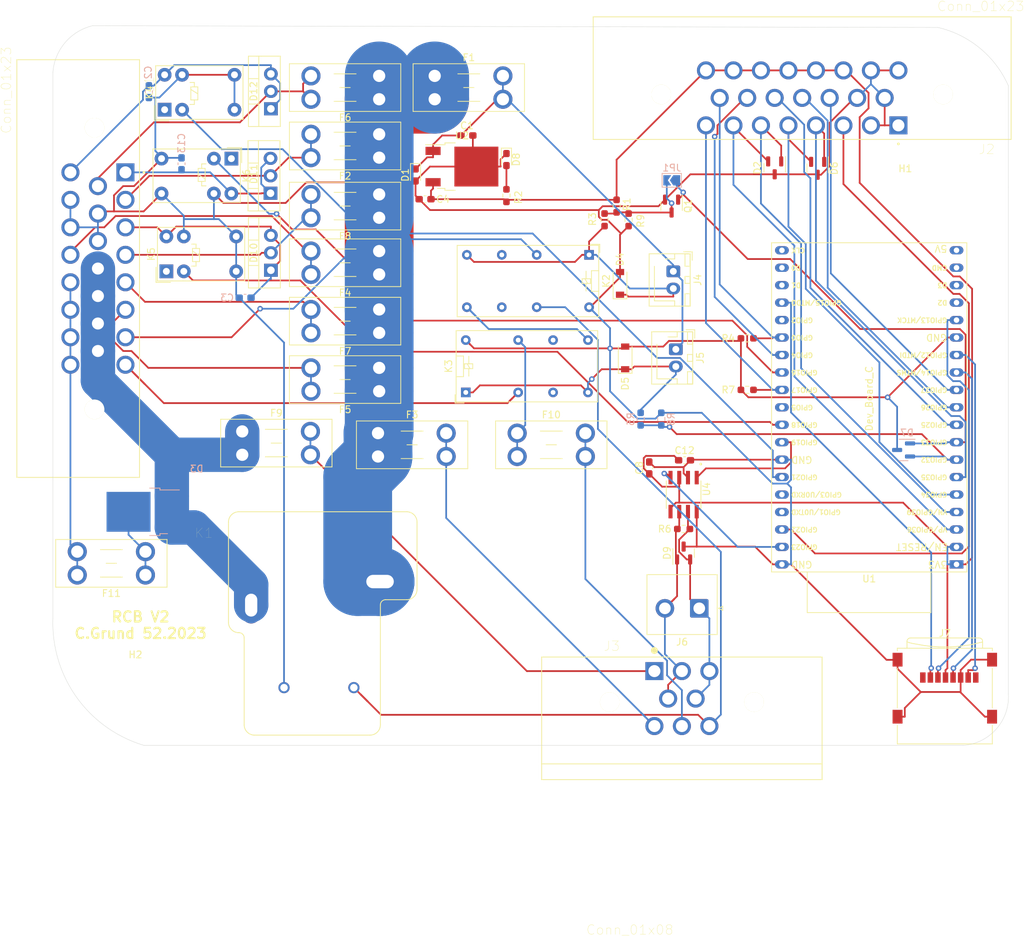
<source format=kicad_pcb>
(kicad_pcb (version 20211014) (generator pcbnew)
  (layers (0 "F.Cu" signal) (31 "B.Cu" signal) (34 "B.Paste" user) (35 "F.Paste" user) (36 "B.SilkS" user "B.Silkscreen") (37 "F.SilkS" user "F.Silkscreen") (38 "B.Mask" user) (39 "F.Mask" user) (44 "Edge.Cuts" user))
  (net 0 "")
  (net 1 "GND")
  (net 2 "/PUMP_RTRN_12V")
  (net 3 "INT_12V")
  (net 4 "+12V")
  (net 5 "/FAN_12V")
  (net 6 "BATT_12")
  (net 7 "/FAULT_LATCHER/IMD_SWITCH")
  (net 8 "/PUMP_12V")
  (net 9 "/BRAKE_12V")
  (net 10 "/BRAKE_RTRN_12V")
  (net 11 "/DCDC_IN")
  (net 12 "/FAULT_BMS")
  (net 13 "/FAULT_IMD")
  (net 14 "/BRB_RTN")
  (net 15 "/WHEEL_L")
  (net 16 "/WHEEL_R")
  (net 17 "/SUSPENSION_L")
  (net 18 "/SUSPENSION_R")
  (net 19 "/CAN_P")
  (net 20 "/CAN_N")
  (net 21 "VDD")
  (net 22 "/FAN_RTRN_12V")
  (net 23 "Net-(D8-Pad2)")
  (net 24 "/SSOK")
  (net 25 "/Controller/FAULT_IMD")
  (net 26 "/Controller/FAN_CTRL")
  (net 27 "/Controller/PUMP_CTRL")
  (net 28 "/Controller/BRAKE_CTRL")
  (net 33 "/Controller/CAN_MISO")
  (net 34 "/WATER_OUT-")
  (net 35 "/Controller/CAN_MOSI")
  (net 36 "/charge-controller/dcdc_fuse")
  (net 37 "/TSV")
  (net 38 "/WATER_IN-")
  (net 49 "BMS_12V")
  (net 50 "/RINE_12")
  (net 51 "/BRB_LOOP")
  (net 52 "/FRONT_12")
  (net 53 "/HVB_12")
  (net 56 "/Controller/FAULT_BMS")
  (net 57 "Net-(JP1-Pad2)")
  (net 59 "Net-(K2-Pad9)")
  (net 60 "Net-(D4-Pad1)")
  (net 61 "PAC1_1")
  (net 62 "PAC1_2")
  (net 63 "PAC2_1")
  (net 64 "PAC2_2")
  (net 65 "BMS_Therm_Out")
  (net 66 "/Controller/SD_CLK")
  (net 67 "/Controller/SD_MISO")
  (net 68 "/Controller/CS_SD")
  (net 70 "/Controller/SD_MOSI")
  (footprint "MountingHole:MountingHole_3.2mm_M3" (layer "F.Cu") (at 70.5 155.75)
    (fp_text reference "H2")
    (fp_text value "MountingHole")
  )
  (footprint "Diode_SMD:D_SOD-123" (layer "F.Cu") (at 141.75 108.3511 90)
    (fp_text reference "D5")
    (fp_text value "1N4148")
  )
  (footprint "Package_TO_SOT_THT:TO-220-3_Vertical" (layer "F.Cu") (at 90.2075 95.5925 90)
    (fp_text reference "D10")
    (fp_text value "FERD20M60ST")
  )
  (footprint "AERO_Footprints:Fuseholder_Blade_Mini_Keystone_3568" (layer "F.Cu") (at 114.04 67.3)
    (fp_text reference "F1")
    (fp_text value "2A")
  )
  (footprint "Connector_Card:microSD_HC_Wuerth_693072010801" (layer "F.Cu") (at 188.25 156.4225)
    (fp_text reference "J7")
    (fp_text value "Micro_SD_Card")
  )
  (footprint "AERO_Footprints:Fuseholder_Blade_Mini_Keystone_3568" (layer "F.Cu") (at 86.04 119.05)
    (fp_text reference "F9")
    (fp_text value "1A")
  )
  (footprint "Capacitor_SMD:C_0603_1608Metric_Pad1.08x0.95mm_HandSolder" (layer "F.Cu") (at 150.3875 123.25)
    (fp_text reference "C12")
    (fp_text value "0.1u")
  )
  (footprint "AERO_Footprints:SOIC127P600X175-8N" (layer "F.Cu") (at 150.25 128.25 -90)
    (fp_text reference "U4")
    (fp_text value "MAX33054EASA+T")
  )
  (footprint "Relay_THT:Relay_DPDT_Omron_G5V-2" (layer "F.Cu") (at 136.5 93.3511 -90)
    (fp_text reference "K2")
    (fp_text value "G5V-2")
  )
  (footprint "MountingHole:MountingHole_3.2mm_M3" (layer "F.Cu") (at 182.5 85)
    (fp_text reference "H1")
    (fp_text value "MountingHole")
  )
  (footprint "esp32:ESP32-DevKitC" (layer "F.Cu") (at 189.95 138.4034 180)
    (fp_text reference "U1")
    (fp_text value "Dev_Board_C")
  )
  (footprint "Connector_JST:JST_XH_B2B-XH-AM_1x02_P2.50mm_Vertical" (layer "F.Cu") (at 148.75 95.75 -90)
    (fp_text reference "J4")
    (fp_text value "JST-B2B-VERT-2PIN")
  )
  (footprint "AERO_Footprints:RELAY_T9VV1K15-12S" (layer "F.Cu") (at 96.7126 144.3341)
    (fp_text reference "K1")
    (fp_text value "T9VV1K15-12S")
  )
  (footprint "AERO_Footprints:Fuseholder_Blade_Mini_Keystone_3568" (layer "F.Cu") (at 105.96 96.2 180)
    (fp_text reference "F4")
    (fp_text value "2A")
  )
  (footprint "AERO_Footprints:TE_1-776280-1_8pin_Horizontal" (layer "F.Cu") (at 150 158.4375)
    (fp_text reference "J3")
    (fp_text value "Conn_01x08")
  )
  (footprint "Resistor_SMD:R_0603_1608Metric_Pad0.98x0.95mm_HandSolder" (layer "F.Cu") (at 140.5 86.25 -90)
    (fp_text reference "R1")
    (fp_text value "100k")
  )
  (footprint "Resistor_SMD:R_0603_1608Metric_Pad0.98x0.95mm_HandSolder" (layer "F.Cu") (at 142.25 88.25 -90)
    (fp_text reference "R9")
    (fp_text value "2.2K")
  )
  (footprint "Relay_THT:Relay_SPDT_Omron_G5V-1" (layer "F.Cu") (at 84.4575 79.3425 -90)
    (fp_text reference "K6")
    (fp_text value "G5V-1")
  )
  (footprint "Diode_SMD:D_0603_1608Metric_Pad1.05x0.95mm_HandSolder" (layer "F.Cu") (at 111.25 81.725 -90)
    (fp_text reference "D1")
    (fp_text value "TS4148C RZG")
  )
  (footprint "AERO_Footprints:Fuseholder_Blade_Mini_Keystone_3568" (layer "F.Cu") (at 105.96 87.95 180)
    (fp_text reference "F8")
    (fp_text value "2A")
  )
  (footprint "Resistor_SMD:R_0603_1608Metric_Pad0.98x0.95mm_HandSolder" (layer "F.Cu") (at 138.75 88.25 90)
    (fp_text reference "R3")
    (fp_text value "10K")
  )
  (footprint "Relay_THT:Relay_SPDT_Omron_G5V-1" (layer "F.Cu") (at 75 95.75 90)
    (fp_text reference "K5")
    (fp_text value "G5V-1")
  )
  (footprint "Capacitor_SMD:C_0603_1608Metric_Pad1.08x0.95mm_HandSolder" (layer "F.Cu") (at 112.6375 85.25 180)
    (fp_text reference "C4")
    (fp_text value "10uF")
  )
  (footprint "Capacitor_SMD:C_0603_1608Metric_Pad1.08x0.95mm_HandSolder" (layer "F.Cu") (at 145.25 124.3625 90)
    (fp_text reference "C8")
    (fp_text value "0.1u")
  )
  (footprint "Package_TO_SOT_THT:TO-220-3_Vertical" (layer "F.Cu") (at 90.1525 84.3825 90)
    (fp_text reference "D11")
    (fp_text value "FERD20M60ST")
  )
  (footprint "Diode_SMD:D_SOD-123" (layer "F.Cu") (at 141 97.5 90)
    (fp_text reference "D4")
    (fp_text value "1N4148")
  )
  (footprint "AERO_Footprints:Fuseholder_Blade_Mini_Keystone_3568" (layer "F.Cu") (at 105.96 104.7 180)
    (fp_text reference "F7")
    (fp_text value "5A")
  )
  (footprint "Package_TO_SOT_SMD:SOT-23" (layer "F.Cu") (at 150.25 136.75 90)
    (fp_text reference "D9")
    (fp_text value "DESD2CAN2SOQ-7")
  )
  (footprint "Resistor_SMD:R_0603_1608Metric_Pad0.98x0.95mm_HandSolder" (layer "F.Cu") (at 159.5 105.5 180)
    (fp_text reference "R4")
    (fp_text value "1k")
  )
  (footprint "Relay_THT:Relay_SPDT_Omron_G5V-1" (layer "F.Cu") (at 74.75 72.2201 90)
    (fp_text reference "K4")
    (fp_text value "G5V-1")
  )
  (footprint "Package_TO_SOT_SMD:SOT-23" (layer "F.Cu") (at 169.75 80.75 -90)
    (fp_text reference "D6")
    (fp_text value "SP0502BAHT")
  )
  (footprint "AERO_Footprints:Fuseholder_Blade_Mini_Keystone_3568" (layer "F.Cu") (at 126.04 119.3)
    (fp_text reference "F10")
    (fp_text value "2A")
  )
  (footprint "Resistor_SMD:R_0603_1608Metric_Pad0.98x0.95mm_HandSolder" (layer "F.Cu") (at 150.25 133.25 180)
    (fp_text reference "R6")
    (fp_text value "120")
  )
  (footprint "AERO_Footprints:Fuseholder_Blade_Mini_Keystone_3568" (layer "F.Cu") (at 105.96 70.7 180)
    (fp_text reference "F6")
    (fp_text value "15A")
  )
  (footprint "Connector_JST:JST_XH_B2B-XH-AM_1x02_P2.50mm_Vertical" (layer "F.Cu") (at 149.1175 107.1011 -90)
    (fp_text reference "J5")
    (fp_text value "JST-B2B-VERT-2PIN")
  )
  (footprint "AERO_Footprints:Fuseholder_Blade_Mini_Keystone_3568" (layer "F.Cu") (at 71.96 139.95 180)
    (fp_text reference "F11")
    (fp_text value "20A")
  )
  (footprint "AERO_Footprints:Fuseholder_Blade_Mini_Keystone_3568" (layer "F.Cu") (at 105.96 79.2 180)
    (fp_text reference "F2")
    (fp_text value "10A")
  )
  (footprint "Relay_THT:Relay_DPDT_Omron_G5V-2" (layer "F.Cu") (at 118.56 113.3761 90)
    (fp_text reference "K3")
    (fp_text value "G5V-2")
  )
  (footprint "AERO_Footprints:TE_1-770669-1_23pin_Horizontal" (layer "F.Cu") (at 69.045 81.3425 -90)
    (fp_text reference "J1")
    (fp_text value "Conn_01x23")
  )
  (footprint "Resistor_SMD:R_0603_1608Metric_Pad0.98x0.95mm_HandSolder" (layer "F.Cu") (at 159.5 113 180)
    (fp_text reference "R7")
    (fp_text value "1k")
  )
  (footprint "AERO_Footprints:Fuseholder_Blade_Mini_Keystone_3568" (layer "F.Cu") (at 105.96 113.2 180)
    (fp_text reference "F5")
    (fp_text value "5A")
  )
  (footprint "Capacitor_SMD:C_0603_1608Metric_Pad1.08x0.95mm_HandSolder" (layer "F.Cu") (at 118.725 75.975)
    (fp_text reference "C1")
    (fp_text value "10uF")
  )
  (footprint "AERO_Footprints:Fuseholder_Blade_Mini_Keystone_3568" (layer "F.Cu") (at 105.79 119.3)
    (fp_text reference "F3")
    (fp_text value "15A")
  )
  (footprint "Resistor_SMD:R_0603_1608Metric_Pad0.98x0.95mm_HandSolder" (layer "F.Cu") (at 124.475 84.725 90)
    (fp_text reference "R2")
    (fp_text value "330")
  )
  (footprint "AERO_Footprints:TE_1-770669-1_23pin_Horizontal" (layer "F.Cu") (at 181.5 74.5 180)
    (fp_text reference "J2")
    (fp_text value "Conn_01x23")
  )
  (footprint "Connector_JST:JST_NV_B02P-NV_1x02_P5.00mm_Vertical" (layer "F.Cu") (at 152.5275 144.8 180)
    (fp_text reference "J6")
    (fp_text value "Conn_01x02")
  )
  (footprint "LED_SMD:LED_0603_1608Metric_Pad1.05x0.95mm_HandSolder" (layer "F.Cu") (at 124.475 79.475 -90)
    (fp_text reference "D8")
    (fp_text value "LED")
  )
  (footprint "Package_TO_SOT_SMD:SOT-23" (layer "F.Cu") (at 148.5 86.25 -90)
    (fp_text reference "Q1")
    (fp_text value "2N7002")
  )
  (footprint "Package_TO_SOT_SMD:TO-252-2" (layer "F.Cu") (at 118 80.5)
    (fp_text reference "U2")
    (fp_text value "TS2940CP33_ROG")
  )
  (footprint "Package_TO_SOT_THT:TO-220-3_Vertical" (layer "F.Cu") (at 90.2075 72.0925 90)
    (fp_text reference "D12")
    (fp_text value "FERD20M60ST")
  )
  (footprint "Package_TO_SOT_SMD:SOT-23" (layer "F.Cu") (at 163.5 80.6875 -90)
    (fp_text reference "D2")
    (fp_text value "SP0502BAHT")
  )
  (footprint "Capacitor_SMD:C_0603_1608Metric_Pad1.08x0.95mm_HandSolder" (layer "B.Cu") (at 72.4575 69.5925 -90)
    (fp_text reference "C2")
    (fp_text value "1u")
  )
  (footprint "Package_TO_SOT_SMD:TO-252-2" (layer "B.Cu") (at 71.6 130.75 180)
    (fp_text reference "D3")
    (fp_text value "D_KAK")
  )
  (footprint "Jumper:SolderJumper-2_P1.3mm_Open_TrianglePad1.0x1.5mm" (layer "B.Cu") (at 148.525 82.5 180)
    (fp_text reference "JP1")
    (fp_text value "SolderJumper_2_Open")
  )
  (footprint "Resistor_SMD:R_0603_1608Metric_Pad0.98x0.95mm_HandSolder" (layer "B.Cu") (at 147 117.25 90)
    (fp_text reference "R8")
    (fp_text value "2.2K")
  )
  (footprint "Capacitor_SMD:C_0603_1608Metric_Pad1.08x0.95mm_HandSolder" (layer "B.Cu") (at 77.2075 80.0925 90)
    (fp_text reference "C13")
    (fp_text value "1u")
  )
  (footprint "Capacitor_SMD:C_0603_1608Metric_Pad1.08x0.95mm_HandSolder" (layer "B.Cu") (at 86.4575 99.5925 180)
    (fp_text reference "C3")
    (fp_text value "1u")
  )
  (footprint "Resistor_SMD:R_0603_1608Metric_Pad0.98x0.95mm_HandSolder" (layer "B.Cu") (at 144 117.25 -90)
    (fp_text reference "R5")
    (fp_text value "10K")
  )
  (footprint "Package_TO_SOT_SMD:SOT-23" (layer "B.Cu") (at 182.25 121.75 180)
    (fp_text reference "D7")
    (fp_text value "SP0502BAHT")
  )
  (gr_line (start 197.5 83.5) (end 197.5 68.75) (layer "Edge.Cuts") (width 0.05))
  (gr_arc (start 187.25 60.25) (mid 193.380424 63.287577) (end 197.5 68.75) (layer "Edge.Cuts") (width 0.05))
  (gr_line (start 71.75 164.75) (end 191 164.75) (layer "Edge.Cuts") (width 0.05))
  (gr_line (start 187.25 60.25) (end 64.25 60) (layer "Edge.Cuts") (width 0.05))
  (gr_arc (start 71.75 164.75) (mid 61.960683 157.766335) (end 58.5 146.25) (layer "Edge.Cuts") (width 0.05))
  (gr_line (start 58.5 66.75) (end 58.5 146.25) (layer "Edge.Cuts") (width 0.05))
  (gr_line (start 197.5 157.25) (end 197.5 83.5) (layer "Edge.Cuts") (width 0.05))
  (gr_arc (start 197.5 157.250001) (mid 195.777054 162.323447) (end 191 164.75) (layer "Edge.Cuts") (width 0.05))
  (gr_arc (start 58.5 66.75) (mid 60.278175 62.440668) (end 64.25 60) (layer "Edge.Cuts") (width 0.05))
  (gr_text "RCB V2\nC.Grund 52.2023" (at 71.25 147.25) (layer "F.SilkS") (effects (font (size 1.5 1.5) (thickness 0.3))))
  (segment (start 141.75 106.701) (end 141.75 106.7011) (width 0.25) (layer "F.Cu") (net 1))
  (segment (start 179.5 70.5) (end 179.5 74.5) (width 0.25) (layer "F.Cu") (net 1))
  (segment (start 164.55 138.403) (end 164.55 138.4034) (width 0.25) (layer "F.Cu") (net 1))
  (segment (start 194.075 160.572) (end 195.1245 160.572) (width 0.25) (layer "F.Cu") (net 1))
  (segment (start 190.55 156.98) (end 190.55 154.8725) (width 0.25) (layer "F.Cu") (net 1))
  (segment (start 119.588 80.5) (end 119.588 75.975) (width 0.25) (layer "F.Cu") (net 1))
  (segment (start 95.3668 82.7846) (end 92.3564 85.795) (width 0.25) (layer "F.Cu") (net 1))
  (segment (start 165.875 138.403) (end 164.55 138.403) (width 0.25) (layer "F.Cu") (net 1))
  (segment (start 136.654 100.971) (end 141 96.6251) (width 0.25) (layer "F.Cu") (net 1))
  (segment (start 139.15 88.25) (end 138.35 88.25) (width 0.25) (layer "F.Cu") (net 1))
  (segment (start 146.591 86.2714) (end 147.55 85.3125) (width 0.25) (layer "F.Cu") (net 1))
  (segment (start 137.912 86.8278) (end 138.468 86.2714) (width 0.25) (layer "F.Cu") (net 1))
  (segment (start 141.156 90.2562) (end 139.15 88.25) (width 0.25) (layer "F.Cu") (net 1))
  (segment (start 68.7176 83.345) (end 67.3826 84.68) (width 0.25) (layer "F.Cu") (net 1))
  (segment (start 136.5 100.9711) (end 136.5 100.971) (width 0.25) (layer "F.Cu") (net 1))
  (segment (start 175.5 70.5) (end 175.116 70.5) (width 0.25) (layer "F.Cu") (net 1))
  (segment (start 151.238 81.625) (end 163.5 81.625) (width 0.25) (layer "F.Cu") (net 1))
  (segment (start 184.757 156.98) (end 181.375 153.598) (width 0.25) (layer "F.Cu") (net 1))
  (segment (start 142.25 89.1625) (end 141.156 90.2562) (width 0.25) (layer "F.Cu") (net 1))
  (segment (start 147.55 85.3125) (end 151.238 81.625) (width 0.25) (layer "F.Cu") (net 1))
  (segment (start 150.25 135.8125) (end 150.25 135.812) (width 0.25) (layer "F.Cu") (net 1))
  (segment (start 74.2975 79.3425) (end 70.295 83.345) (width 0.25) (layer "F.Cu") (net 1))
  (segment (start 179.927 114.081) (end 188.625 105.383) (width 0.25) (layer "F.Cu") (net 1))
  (segment (start 119.768 106.964) (end 139.548 106.964) (width 0.25) (layer "F.Cu") (net 1))
  (segment (start 181.375 153.598) (end 181.375 152.3) (width 0.25) (layer "F.Cu") (net 1))
  (segment (start 111.25 82.7846) (end 111.25 84.725) (width 0.25) (layer "F.Cu") (net 1))
  (segment (start 70.295 83.345) (end 68.7176 83.345) (width 0.25) (layer "F.Cu") (net 1))
  (segment (start 181.3755 160.572) (end 181.375 160.572) (width 0.25) (layer "F.Cu") (net 1))
  (segment (start 119.164 106.36) (end 119.1639 106.36) (width 0.25) (layer "F.Cu") (net 1))
  (segment (start 195.1245 152.272) (end 195.125 152.2725) (width 0.25) (layer "F.Cu") (net 1))
  (segment (start 164.55 138.403) (end 163.225 138.403) (width 0.25) (layer "F.Cu") (net 1))
  (segment (start 111.25 82.7846) (end 95.3668 82.7846) (width 0.25) (layer "F.Cu") (net 1))
  (segment (start 141.156 90.2562) (end 141 90.4125) (width 0.25) (layer "F.Cu") (net 1))
  (segment (start 151.337 123.163) (end 151.25 123.25) (width 0.25) (layer "F.Cu") (net 1))
  (segment (start 71.696 87.024) (end 67.3826 87.024) (width 0.25) (layer "F.Cu") (net 1))
  (segment (start 152.155 135.812) (end 152.155 130.725) (width 0.25) (layer "F.Cu") (net 1))
  (segment (start 179.5 74.5) (end 181.5 74.5) (width 0.25) (layer "F.Cu") (net 1))
  (segment (start 195.1245 160.572) (end 195.125 160.572) (width 0.25) (layer "F.Cu") (net 1))
  (segment (start 171.507 80.419) (end 170.239 81.6875) (width 0.25) (layer "F.Cu") (net 1))
  (segment (start 111.25 82.7846) (end 111.25 82.6) (width 0.25) (layer "F.Cu") (net 1))
  (segment (start 111.775 85.25) (end 113.353 86.8278) (width 0.25) (layer "F.Cu") (net 1))
  (segment (start 119.5875 75.975) (end 119.588 75.975) (width 0.25) (layer "F.Cu") (net 1))
  (segment (start 111.25 84.725) (end 111.775 85.25) (width 0.25) (layer "F.Cu") (net 1))
  (segment (start 145.996 124.246) (end 150.254 124.246) (width 0.25) (layer "F.Cu") (net 1))
  (segment (start 141 90.4125) (end 141 95.85) (width 0.25) (layer "F.Cu") (net 1))
  (segment (start 158.588 105.5) (end 158.588 105.88) (width 0.25) (layer "F.Cu") (net 1))
  (segment (start 175.116 70.5) (end 171.507 74.1091) (width 0.25) (layer "F.Cu") (net 1))
  (segment (start 67.3826 87.024) (end 65.3635 87.024) (width 0.25) (layer "F.Cu") (net 1))
  (segment (start 67.3826 84.68) (end 67.3826 87.024) (width 0.25) (layer "F.Cu") (net 1))
  (segment (start 136.5 100.971) (end 136.654 100.971) (width 0.25) (layer "F.Cu") (net 1))
  (segment (start 158.5875 113) (end 158.588 113) (width 0.25) (layer "F.Cu") (net 1))
  (segment (start 182.425 159.312) (end 182.425 160.572) (width 0.25) (layer "F.Cu") (net 1))
  (segment (start 147.29 106.701) (end 141.75 106.701) (width 0.25) (layer "F.Cu") (net 1))
  (segment (start 192.075 152.272) (end 195.1245 152.272) (width 0.25) (layer "F.Cu") (net 1))
  (segment (start 138.35 88.25) (end 137.912 87.8113) (width 0.25) (layer "F.Cu") (net 1))
  (segment (start 195.1245 160.572) (end 195.125 160.5725) (width 0.25) (layer "F.Cu") (net 1))
  (segment (start 150.254 124.246) (end 151.25 123.25) (width 0.25) (layer "F.Cu") (net 1))
  (segment (start 170.239 81.6875) (end 169.75 81.6875) (width 0.25) (layer "F.Cu") (net 1))
  (segment (start 181.375 152.2725) (end 181.375 152.3) (width 0.25) (layer "F.Cu") (net 1))
  (segment (start 169.688 81.625) (end 163.5 81.625) (width 0.25) (layer "F.Cu") (net 1))
  (segment (start 182.425 160.572) (end 181.3755 160.572) (width 0.25) (layer "F.Cu") (net 1))
  (segment (start 113.35 80.5) (end 119.588 80.5) (width 0.25) (layer "F.Cu") (net 1))
  (segment (start 113.353 86.8278) (end 137.912 86.8278) (width 0.25) (layer "F.Cu") (net 1))
  (segment (start 120.1 80.5) (end 123.625 80.5) (width 0.25) (layer "F.Cu") (net 1))
  (segment (start 190.55 153.797) (end 192.075 152.272) (width 0.25) (layer "F.Cu") (net 1))
  (segment (start 138.468 86.2714) (end 146.591 86.2714) (width 0.25) (layer "F.Cu") (net 1))
  (segment (start 179.772 152.3) (end 165.875 138.403) (width 0.25) (layer "F.Cu") (net 1))
  (segment (start 123.625 80.5) (end 123.625 79.4499) (width 0.25) (layer "F.Cu") (net 1))
  (segment (start 188.625 105.383) (end 189.95 105.383) (width 0.25) (layer "F.Cu") (net 1))
  (segment (start 190.55 156.98) (end 190.55 157.048) (width 0.25) (layer "F.Cu") (net 1))
  (segment (start 119.588 80.5) (end 120.1 80.5) (width 0.25) (layer "F.Cu") (net 1))
  (segment (start 159.669 114.081) (end 179.927 114.081) (width 0.25) (layer "F.Cu") (net 1))
  (segment (start 152.155 135.812) (end 150.25 135.812) (width 0.25) (layer "F.Cu") (net 1))
  (segment (start 171.507 74.1091) (end 171.507 80.419) (width 0.25) (layer "F.Cu") (net 1))
  (segment (start 163.225 138.403) (end 160.634 135.812) (width 0.25) (layer "F.Cu") (net 1))
  (segment (start 74.2975 84.4225) (end 71.696 87.024) (width 0.25) (layer "F.Cu") (net 1))
  (segment (start 158.588 105.88) (end 158.588 113) (width 0.25) (layer "F.Cu") (net 1))
  (segment (start 77.29 67.1401) (end 84.91 67.1401) (width 0.25) (layer "F.Cu") (net 1))
  (segment (start 141.75 106.964) (end 139.548 106.964) (width 0.25) (layer "F.Cu") (net 1))
  (segment (start 150.254 124.246) (end 150.254 125.144) (width 0.25) (layer "F.Cu") (net 1))
  (segment (start 145.25 123.5) (end 145.996 124.246) (width 0.25) (layer "F.Cu") (net 1))
  (segment (start 190.55 154.8725) (end 190.55 153.797) (width 0.25) (layer "F.Cu") (net 1))
  (segment (start 65.3635 87.024) (end 65.045 87.3425) (width 0.25) (layer "F.Cu") (net 1))
  (segment (start 177.5 66.5) (end 181.5 66.5) (width 0.25) (layer "F.Cu") (net 1))
  (segment (start 189.95 105.3834) (end 189.95 105.383) (width 0.25) (layer "F.Cu") (net 1))
  (segment (start 164.55 123.1634) (end 164.55 123.163) (width 0.25) (layer "F.Cu") (net 1))
  (segment (start 118.56 105.756) (end 119.164 106.36) (width 0.25) (layer "F.Cu") (net 1))
  (segment (start 190.55 157.048) (end 194.075 160.572) (width 0.25) (layer "F.Cu") (net 1))
  (segment (start 184.757 156.98) (end 182.425 159.312) (width 0.25) (layer "F.Cu") (net 1))
  (segment (start 141.75 106.7011) (end 141.75 106.964) (width 0.25) (layer "F.Cu") (net 1))
  (segment (start 83.29 85.795) (end 81.9175 84.4225) (width 0.25) (layer "F.Cu") (net 1))
  (segment (start 150.254 125.144) (end 150.885 125.775) (width 0.25) (layer "F.Cu") (net 1))
  (segment (start 158.588 105.88) (end 148.111 105.88) (width 0.25) (layer "F.Cu") (net 1))
  (segment (start 181.375 152.3) (end 179.772 152.3) (width 0.25) (layer "F.Cu") (net 1))
  (segment (start 160.634 135.812) (end 152.155 135.812) (width 0.25) (layer "F.Cu") (net 1))
  (segment (start 181.375 152.272) (end 181.375 152.2725) (width 0.25) (layer "F.Cu") (net 1))
  (segment (start 158.588 113) (end 159.669 114.081) (width 0.25) (layer "F.Cu") (net 1))
  (segment (start 123.625 79.4499) (end 124.475 78.6) (width 0.25) (layer "F.Cu") (net 1))
  (segment (start 119.164 106.36) (end 119.768 106.964) (width 0.25) (layer "F.Cu") (net 1))
  (segment (start 158.5875 105.5) (end 158.588 105.5) (width 0.25) (layer "F.Cu") (net 1))
  (segment (start 119.1639 106.36) (end 118.56 105.7561) (width 0.25) (layer "F.Cu") (net 1))
  (segment (start 177.5 74.5) (end 179.5 74.5) (width 0.25) (layer "F.Cu") (net 1))
  (segment (start 141 96.6251) (end 141 95.85) (width 0.25) (layer "F.Cu") (net 1))
  (segment (start 195.1245 152.272) (end 195.125 152.272) (width 0.25) (layer "F.Cu") (net 1))
  (segment (start 164.55 123.163) (end 151.337 123.163) (width 0.25) (layer "F.Cu") (net 1))
  (segment (start 111.25 82.6) (end 113.35 80.5) (width 0.25) (layer "F.Cu") (net 1))
  (segment (start 137.912 87.8113) (end 137.912 86.8278) (width 0.25) (layer "F.Cu") (net 1))
  (segment (start 169.75 81.6875) (end 169.688 81.625) (width 0.25) (layer "F.Cu") (net 1))
  (segment (start 148.111 105.88) (end 147.29 106.701) (width 0.25) (layer "F.Cu") (net 1))
  (segment (start 190.55 156.98) (end 184.757 156.98) (width 0.25) (layer "F.Cu") (net 1))
  (segment (start 92.3564 85.795) (end 83.29 85.795) (width 0.25) (layer "F.Cu") (net 1))
  (segment (start 181.3755 160.572) (end 181.375 160.5725) (width 0.25) (layer "F.Cu") (net 1))
  (via (at 179.927 114.081) (size 0.8) (drill 0.4) (layers "F.Cu" "B.Cu") (net 1))
  (via (at 139.548 106.964) (size 0.8) (drill 0.4) (layers "F.Cu" "B.Cu") (net 1))
  (segment (start 61.045 89.3425) (end 61.045 85.3425) (width 0.25) (layer "B.Cu") (net 1))
  (segment (start 177.5 68.5) (end 175.5 70.5) (width 0.25) (layer "B.Cu") (net 1))
  (segment (start 73.3993 70.455) (end 73.3993 78.2193) (width 0.25) (layer "B.Cu") (net 1))
  (segment (start 152.893 116.338) (end 147 116.338) (width 0.25) (layer "B.Cu") (net 1))
  (segment (start 92.1176 156.344) (end 92.1176 156.3441) (width 0.25) (layer "B.Cu") (net 1))
  (segment (start 147 116.338) (end 146.155 117.183) (width 0.25) (layer "B.Cu") (net 1))
  (segment (start 65.045 89.3425) (end 61.045 89.3425) (width 0.25) (layer "B.Cu") (net 1))
  (segment (start 85.16 95.75) (end 85.16 99.1575) (width 0.25) (layer "B.Cu") (net 1))
  (segment (start 147 116.3375) (end 147 116.338) (width 0.25) (layer "B.Cu") (net 1))
  (segment (start 136.5 100.971) (end 138.024 102.495) (width 0.25) (layer "B.Cu") (net 1))
  (segment (start 138.0239 102.495) (end 136.5 100.9711) (width 0.25) (layer "B.Cu") (net 1))
  (segment (start 181.312 121.75) (end 181.312 115.467) (width 0.25) (layer "B.Cu") (net 1))
  (segment (start 74.41 79.23) (end 74.2975 79.3425) (width 0.25) (layer "B.Cu") (net 1))
  (segment (start 65.045 89.3425) (end 65.045 87.3425) (width 0.25) (layer "B.Cu") (net 1))
  (segment (start 77.54 88.1475) (end 77.54 87.665) (width 0.25) (layer "B.Cu") (net 1))
  (segment (start 146.155 117.183) (end 143.533 117.183) (width 0.25) (layer "B.Cu") (net 1))
  (segment (start 181.312 115.467) (end 179.927 114.081) (width 0.25) (layer "B.Cu") (net 1))
  (segment (start 139.548 113.197) (end 139.548 106.964) (width 0.25) (layer "B.Cu") (net 1))
  (segment (start 143.533 117.183) (end 139.548 113.197) (width 0.25) (layer "B.Cu") (net 1))
  (segment (start 81.9175 88.1475) (end 82.6375 88.1475) (width 0.25) (layer "B.Cu") (net 1))
  (segment (start 65.045 91.3425) (end 65.045 89.3425) (width 0.25) (layer "B.Cu") (net 1))
  (segment (start 177.5 66.5) (end 177.5 68.5) (width 0.25) (layer "B.Cu") (net 1))
  (segment (start 77.2075 79.23) (end 74.41 79.23) (width 0.25) (layer "B.Cu") (net 1))
  (segment (start 92.1176 106.115) (end 85.595 99.5925) (width 0.25) (layer "B.Cu") (net 1))
  (segment (start 181.3125 121.75) (end 181.312 121.75) (width 0.25) (layer "B.Cu") (net 1))
  (segment (start 165.875 126.089) (end 165.875 123.163) (width 0.25) (layer "B.Cu") (net 1))
  (segment (start 73.3993 70.455) (end 73.9751 70.455) (width 0.25) (layer "B.Cu") (net 1))
  (segment (start 82.6375 88.1475) (end 85.16 90.67) (width 0.25) (layer "B.Cu") (net 1))
  (segment (start 164.55 138.4034) (end 164.55 138.403) (width 0.25) (layer "B.Cu") (net 1))
  (segment (start 165.875 123.163) (end 164.55 123.163) (width 0.25) (layer "B.Cu") (net 1))
  (segment (start 164.55 123.1634) (end 164.55 123.163) (width 0.25) (layer "B.Cu") (net 1))
  (segment (start 177.5 68.5) (end 179.5 70.5) (width 0.25) (layer "B.Cu") (net 1))
  (segment (start 81.9175 88.1475) (end 81.9175 84.4225) (width 0.25) (layer "B.Cu") (net 1))
  (segment (start 84.91 67.1401) (end 84.91 72.2201) (width 0.25) (layer "B.Cu") (net 1))
  (segment (start 81.9175 88.1475) (end 77.54 88.1475) (width 0.25) (layer "B.Cu") (net 1))
  (segment (start 138.024 102.495) (end 139.548 104.019) (width 0.25) (layer "B.Cu") (net 1))
  (segment (start 165.875 138.403) (end 164.55 138.403) (width 0.25) (layer "B.Cu") (net 1))
  (segment (start 92.1176 156.344) (end 92.1176 106.115) (width 0.25) (layer "B.Cu") (net 1))
  (segment (start 85.16 99.1575) (end 85.595 99.5925) (width 0.25) (layer "B.Cu") (net 1))
  (segment (start 163.197 126.642) (end 152.893 116.338) (width 0.25) (layer "B.Cu") (net 1))
  (segment (start 77.54 87.665) (end 74.2975 84.4225) (width 0.25) (layer "B.Cu") (net 1))
  (segment (start 165.322 126.642) (end 165.875 127.194) (width 0.25) (layer "B.Cu") (net 1))
  (segment (start 139.548 104.019) (end 139.548 106.964) (width 0.25) (layer "B.Cu") (net 1))
  (segment (start 77.54 90.67) (end 77.54 88.1475) (width 0.25) (layer "B.Cu") (net 1))
  (segment (start 72.4575 70.455) (end 73.3993 70.455) (width 0.25) (layer "B.Cu") (net 1))
  (segment (start 73.9751 70.455) (end 77.29 67.1401) (width 0.25) (layer "B.Cu") (net 1))
  (segment (start 165.322 126.642) (end 163.197 126.642) (width 0.25) (layer "B.Cu") (net 1))
  (segment (start 165.875 127.194) (end 165.875 138.403) (width 0.25) (layer "B.Cu") (net 1))
  (segment (start 138.024 102.495) (end 138.0239 102.495) (width 0.25) (layer "B.Cu") (net 1))
  (segment (start 73.3993 78.2193) (end 74.41 79.23) (width 0.25) (layer "B.Cu") (net 1))
  (segment (start 165.322 126.642) (end 165.875 126.089) (width 0.25) (layer "B.Cu") (net 1))
  (segment (start 85.16 90.67) (end 85.16 95.75) (width 0.25) (layer "B.Cu") (net 1))
  (segment (start 61.045 81.3425) (end 71.5961 70.7914) (width 0.25) (layer "B.Cu") (net 2))
  (segment (start 90.2075 67.0125) (end 90.2075 65.7349) (width 0.25) (layer "B.Cu") (net 2))
  (segment (start 71.5961 70.7914) (end 71.5961 69.5914) (width 0.25) (layer "B.Cu") (net 2))
  (segment (start 91.5406 70.7594) (end 90.2075 72.0925) (width 0.25) (layer "B.Cu") (net 2))
  (segment (start 72.4575 68.73) (end 73.1601 68.73) (width 0.25) (layer "B.Cu") (net 2))
  (segment (start 91.5406 68.3456) (end 91.5406 70.7594) (width 0.25) (layer "B.Cu") (net 2))
  (segment (start 90.2075 67.0125) (end 91.5406 68.3456) (width 0.25) (layer "B.Cu") (net 2))
  (segment (start 71.5961 69.5914) (end 72.4575 68.73) (width 0.25) (layer "B.Cu") (net 2))
  (segment (start 90.2075 65.7349) (end 76.1552 65.7349) (width 0.25) (layer "B.Cu") (net 2))
  (segment (start 73.1601 68.73) (end 74.75 67.1401) (width 0.25) (layer "B.Cu") (net 2))
  (segment (start 76.1552 65.7349) (end 74.75 67.1401) (width 0.25) (layer "B.Cu") (net 2))
  (segment (start 113.8 78.22) (end 113.8 79.1451) (width 0.25) (layer "F.Cu") (net 3))
  (segment (start 113.8 78.22) (end 113.8 77.2949) (width 0.25) (layer "F.Cu") (net 3))
  (segment (start 115.12 75.975) (end 117.862 75.975) (width 0.25) (layer "F.Cu") (net 3))
  (segment (start 117.862 75.975) (end 117.862 75.9748) (width 0.25) (layer "F.Cu") (net 3))
  (segment (start 123.138 70.7) (end 123.96 70.7) (width 0.25) (layer "F.Cu") (net 3))
  (segment (start 112.955 79.1451) (end 111.25 80.85) (width 0.25) (layer "F.Cu") (net 3))
  (segment (start 113.8 77.2949) (end 115.12 75.975) (width 0.25) (layer "F.Cu") (net 3))
  (segment (start 113.8 79.1451) (end 112.955 79.1451) (width 0.25) (layer "F.Cu") (net 3))
  (segment (start 117.862 75.9748) (end 123.138 70.7) (width 0.25) (layer "F.Cu") (net 3))
  (segment (start 117.862 75.975) (end 117.862 75.9748) (width 0.25) (layer "F.Cu") (net 3))
  (segment (start 117.862 75.975) (end 117.8625 75.975) (width 0.25) (layer "F.Cu") (net 3))
  (segment (start 149.84 106.378) (end 149.479 106.7395) (width 0.25) (layer "B.Cu") (net 3))
  (segment (start 149.1175 107.101) (end 149.1175 107.1011) (width 0.25) (layer "B.Cu") (net 3))
  (segment (start 123.96 70.7) (end 123.96 67.3) (width 0.25) (layer "B.Cu") (net 3))
  (segment (start 150.081 97.0812) (end 150.081 106.137) (width 0.25) (layer "B.Cu") (net 3))
  (segment (start 150.081 106.137) (end 149.84 106.378) (width 0.25) (layer "B.Cu") (net 3))
  (segment (start 149.84 106.378) (end 149.6 106.619) (width 0.25) (layer "B.Cu") (net 3))
  (segment (start 149.479 106.7395) (end 149.1175 107.101) (width 0.25) (layer "B.Cu") (net 3))
  (segment (start 148.75 95.75) (end 150.081 97.0812) (width 0.25) (layer "B.Cu") (net 3))
  (segment (start 123.96 70.7) (end 124.611 70.7) (width 0.25) (layer "B.Cu") (net 3))
  (segment (start 148.75 94.8393) (end 148.75 95.75) (width 0.25) (layer "B.Cu") (net 3))
  (segment (start 124.611 70.7) (end 148.75 94.8393) (width 0.25) (layer "B.Cu") (net 3))
  (segment (start 149.479 106.7395) (end 149.118 107.101) (width 0.25) (layer "B.Cu") (net 3))
  (segment (start 105.96 92.8) (end 105.96 87.95) (width 10) (layer "F.Cu") (net 4))
  (segment (start 105.96 70.7) (end 114.04 70.7) (width 10) (layer "F.Cu") (net 4))
  (segment (start 105.96 109.8) (end 105.96 104.7) (width 10) (layer "B.Cu") (net 4))
  (segment (start 105.96 113.2) (end 105.96 109.8) (width 10) (layer "B.Cu") (net 4))
  (segment (start 105.96 70.7) (end 105.96 67.3) (width 10) (layer "B.Cu") (net 4))
  (segment (start 105.79 119.3) (end 105.96 119.13) (width 10) (layer "B.Cu") (net 4))
  (segment (start 105.96 101.3) (end 105.96 96.2) (width 10) (layer "B.Cu") (net 4))
  (segment (start 105.96 75.8) (end 105.96 79.2) (width 10) (layer "B.Cu") (net 4))
  (segment (start 102.838 125.652) (end 105.79 122.7) (width 10) (layer "B.Cu") (net 4))
  (segment (start 106.088 140.904) (end 106.0875 140.904) (width 10) (layer "B.Cu") (net 4))
  (segment (start 106.0875 140.904) (end 106.0876 140.9041) (width 10) (layer "B.Cu") (net 4))
  (segment (start 105.79 122.7) (end 105.79 119.3) (width 10) (layer "B.Cu") (net 4))
  (segment (start 105.96 87.95) (end 105.96 84.55) (width 10) (layer "B.Cu") (net 4))
  (segment (start 114.04 70.7) (end 114.04 67.3) (width 10) (layer "B.Cu") (net 4))
  (segment (start 105.96 75.8) (end 105.96 70.7) (width 10) (layer "B.Cu") (net 4))
  (segment (start 105.96 104.7) (end 105.96 101.3) (width 10) (layer "B.Cu") (net 4))
  (segment (start 102.838 140.904) (end 102.838 125.652) (width 10) (layer "B.Cu") (net 4))
  (segment (start 105.96 79.2) (end 105.96 84.55) (width 10) (layer "B.Cu") (net 4))
  (segment (start 105.96 119.13) (end 105.96 113.2) (width 10) (layer "B.Cu") (net 4))
  (segment (start 105.96 92.8) (end 105.96 96.2) (width 10) (layer "B.Cu") (net 4))
  (segment (start 106.0875 140.904) (end 102.838 140.904) (width 10) (layer "B.Cu") (net 4))
  (segment (start 90.1525 81.8425) (end 92.795 79.2) (width 0.25) (layer "F.Cu") (net 5))
  (segment (start 69.045 85.3425) (end 72.545 81.8425) (width 0.25) (layer "F.Cu") (net 5))
  (segment (start 72.545 81.8425) (end 90.1525 81.8425) (width 0.25) (layer "F.Cu") (net 5))
  (segment (start 92.795 79.2) (end 96.04 79.2) (width 0.25) (layer "F.Cu") (net 5))
  (segment (start 96.04 75.8) (end 96.04 79.2) (width 0.25) (layer "B.Cu") (net 5))
  (segment (start 65.045 99.3425) (end 65.045 95.3425) (width 5) (layer "B.Cu") (net 6))
  (segment (start 65.045 111.695) (end 75.8 122.45) (width 5) (layer "B.Cu") (net 6))
  (segment (start 87.3376 144.334) (end 87.3376 144.3341) (width 5) (layer "B.Cu") (net 6))
  (segment (start 65.045 99.3425) (end 65.045 103.3425) (width 5) (layer "B.Cu") (net 6))
  (segment (start 75.8 133.03) (end 75.8 128.47) (width 5) (layer "B.Cu") (net 6))
  (segment (start 75.8 122.45) (end 86.04 122.45) (width 5) (layer "B.Cu") (net 6))
  (segment (start 75.8 133.03) (end 79.0286 133.03) (width 5) (layer "B.Cu") (net 6))
  (segment (start 65.045 107.3425) (end 65.045 111.695) (width 5) (layer "B.Cu") (net 6))
  (segment (start 87.3376 141.339) (end 87.3376 144.334) (width 5) (layer "B.Cu") (net 6))
  (segment (start 75.8 122.45) (end 75.8 128.47) (width 5) (layer "B.Cu") (net 6))
  (segment (start 79.0286 133.03) (end 87.3376 141.339) (width 5) (layer "B.Cu") (net 6))
  (segment (start 65.045 103.3425) (end 65.045 107.3425) (width 5) (layer "B.Cu") (net 6))
  (segment (start 86.04 122.45) (end 86.04 119.05) (width 5) (layer "B.Cu") (net 6))
  (segment (start 142.675 110.001) (end 143.075 109.601) (width 0.25) (layer "F.Cu") (net 7))
  (segment (start 118.5601 113.376) (end 119.585 113.376) (width 0.25) (layer "F.Cu") (net 7))
  (segment (start 141.7499 110.001) (end 141.75 110.0011) (width 0.25) (layer "F.Cu") (net 7))
  (segment (start 143.075 109.601) (end 149.117 109.601) (width 0.25) (layer "F.Cu") (net 7))
  (segment (start 149.1175 109.6011) (end 149.1171 109.6011) (width 0.25) (layer "F.Cu") (net 7))
  (segment (start 135.315 112.351) (end 136.34 113.376) (width 0.25) (layer "F.Cu") (net 7))
  (segment (start 119.585 113.376) (end 120.61 112.351) (width 0.25) (layer "F.Cu") (net 7))
  (segment (start 118.56 113.376) (end 118.5601 113.376) (width 0.25) (layer "F.Cu") (net 7))
  (segment (start 141.7499 110.001) (end 142.675 110.001) (width 0.25) (layer "F.Cu") (net 7))
  (segment (start 120.61 112.351) (end 135.315 112.351) (width 0.25) (layer "F.Cu") (net 7))
  (segment (start 136.896 111.438) (end 138.333 110.001) (width 0.25) (layer "F.Cu") (net 7))
  (segment (start 136.34 113.376) (end 136.34 113.3761) (width 0.25) (layer "F.Cu") (net 7))
  (segment (start 149.1171 109.6011) (end 149.117 109.601) (width 0.25) (layer "F.Cu") (net 7))
  (segment (start 138.333 110.001) (end 141.7499 110.001) (width 0.25) (layer "F.Cu") (net 7))
  (segment (start 118.5601 113.376) (end 118.56 113.3761) (width 0.25) (layer "F.Cu") (net 7))
  (via (at 136.896 111.438) (size 0.8) (drill 0.4) (layers "F.Cu" "B.Cu") (net 7))
  (segment (start 149.118 109.601) (end 149.118 109.6011) (width 0.25) (layer "B.Cu") (net 7))
  (segment (start 136.34 111.994) (end 136.34 113.376) (width 0.25) (layer "B.Cu") (net 7))
  (segment (start 136.34 113.376) (end 136.34 113.3761) (width 0.25) (layer "B.Cu") (net 7))
  (segment (start 149.118 110.776) (end 144 115.894) (width 0.25) (layer "B.Cu") (net 7))
  (segment (start 136.896 111.438) (end 136.34 111.994) (width 0.25) (layer "B.Cu") (net 7))
  (segment (start 144 116.3375) (end 144 116.338) (width 0.25) (layer "B.Cu") (net 7))
  (segment (start 144 115.894) (end 144 116.3375) (width 0.25) (layer "B.Cu") (net 7))
  (segment (start 149.118 109.6011) (end 149.118 110.776) (width 0.25) (layer "B.Cu") (net 7))
  (segment (start 149.1175 109.6011) (end 149.118 109.6011) (width 0.25) (layer "B.Cu") (net 7))
  (segment (start 65.045 82.1963) (end 73.1848 74.0565) (width 0.25) (layer "F.Cu") (net 8))
  (segment (start 65.045 83.3425) (end 65.045 82.1963) (width 0.25) (layer "F.Cu") (net 8))
  (segment (start 85.7035 74.0565) (end 90.2075 69.5525) (width 0.25) (layer "F.Cu") (net 8))
  (segment (start 94.8925 69.5525) (end 94.8925 68.4475) (width 0.25) (layer "F.Cu") (net 8))
  (segment (start 73.1848 74.0565) (end 85.7035 74.0565) (width 0.25) (layer "F.Cu") (net 8))
  (segment (start 94.8925 69.5525) (end 96.04 70.7) (width 0.25) (layer "F.Cu") (net 8))
  (segment (start 94.8925 68.4475) (end 96.04 67.3) (width 0.25) (layer "F.Cu") (net 8))
  (segment (start 90.2075 69.5525) (end 94.8925 69.5525) (width 0.25) (layer "F.Cu") (net 8))
  (segment (start 88.8824 93.0525) (end 88.5924 93.3425) (width 0.25) (layer "F.Cu") (net 9))
  (segment (start 88.5924 93.3425) (end 69.045 93.3425) (width 0.25) (layer "F.Cu") (net 9))
  (segment (start 90.2075 93.0525) (end 88.8824 93.0525) (width 0.25) (layer "F.Cu") (net 9))
  (segment (start 96.04 87.95) (end 96.04 84.55) (width 0.25) (layer "B.Cu") (net 9))
  (segment (start 95.31 87.95) (end 90.2075 93.0525) (width 0.25) (layer "B.Cu") (net 9))
  (segment (start 96.04 87.95) (end 95.31 87.95) (width 0.25) (layer "B.Cu") (net 9))
  (segment (start 76.4351 89.2349) (end 75 90.67) (width 0.25) (layer "F.Cu") (net 10))
  (segment (start 90.2075 90.5125) (end 90.2075 89.2349) (width 0.25) (layer "F.Cu") (net 10))
  (segment (start 90.2075 95.5925) (end 91.5475 94.2525) (width 0.25) (layer "F.Cu") (net 10))
  (segment (start 73.6725 89.3425) (end 75 90.67) (width 0.25) (layer "F.Cu") (net 10))
  (segment (start 90.2075 89.2349) (end 76.4351 89.2349) (width 0.25) (layer "F.Cu") (net 10))
  (segment (start 91.5475 91.8525) (end 90.2075 90.5125) (width 0.25) (layer "F.Cu") (net 10))
  (segment (start 69.045 89.3425) (end 73.6725 89.3425) (width 0.25) (layer "F.Cu") (net 10))
  (segment (start 91.5475 94.2525) (end 91.5475 91.8525) (width 0.25) (layer "F.Cu") (net 10))
  (segment (start 90.2075 96.8701) (end 90.0424 96.8701) (width 0.25) (layer "B.Cu") (net 10))
  (segment (start 90.2075 95.5925) (end 90.2075 96.8701) (width 0.25) (layer "B.Cu") (net 10))
  (segment (start 90.0424 96.8701) (end 87.32 99.5925) (width 0.25) (layer "B.Cu") (net 10))
  (segment (start 61.045 105.3425) (end 61.045 101.3425) (width 0.25) (layer "B.Cu") (net 11))
  (segment (start 62.04 136.55) (end 62.04 139.95) (width 0.25) (layer "B.Cu") (net 11))
  (segment (start 61.045 101.3425) (end 61.045 97.3425) (width 0.25) (layer "B.Cu") (net 11))
  (segment (start 61.045 135.555) (end 62.04 136.55) (width 0.25) (layer "B.Cu") (net 11))
  (segment (start 61.045 105.3425) (end 61.045 109.3425) (width 0.25) (layer "B.Cu") (net 11))
  (segment (start 61.045 109.3425) (end 61.045 135.555) (width 0.25) (layer "B.Cu") (net 11))
  (segment (start 69.0455 105.342) (end 69.045 105.342) (width 0.25) (layer "F.Cu") (net 12))
  (segment (start 88.6427 101.189) (end 84.489 105.342) (width 0.25) (layer "F.Cu") (net 12))
  (segment (start 69.0455 105.342) (end 69.045 105.3425) (width 0.25) (layer "F.Cu") (net 12))
  (segment (start 84.489 105.342) (end 69.0455 105.342) (width 0.25) (layer "F.Cu") (net 12))
  (via (at 88.6427 101.189) (size 0.8) (drill 0.4) (layers "F.Cu" "B.Cu") (net 12))
  (segment (start 88.6427 101.189) (end 93.4768 101.189) (width 0.25) (layer "B.Cu") (net 12))
  (segment (start 126.608 91.0789) (end 128.88 93.3511) (width 0.25) (layer "B.Cu") (net 12))
  (segment (start 93.4768 101.189) (end 103.587 91.0789) (width 0.25) (layer "B.Cu") (net 12))
  (segment (start 103.587 91.0789) (end 126.608 91.0789) (width 0.25) (layer "B.Cu") (net 12))
  (segment (start 125.5975 113.959) (end 126.18 113.3765) (width 0.25) (layer "F.Cu") (net 13))
  (segment (start 124.626 114.93) (end 125.014 114.542) (width 0.25) (layer "F.Cu") (net 13))
  (segment (start 71.8385 112.136) (end 69.0452 109.3423) (width 0.25) (layer "F.Cu") (net 13))
  (segment (start 74.6321 114.93) (end 124.626 114.93) (width 0.25) (layer "F.Cu") (net 13))
  (segment (start 69.0452 109.3423) (end 69.045 109.342) (width 0.25) (layer "F.Cu") (net 13))
  (segment (start 125.015 114.542) (end 125.5975 113.959) (width 0.25) (layer "F.Cu") (net 13))
  (segment (start 71.8387 112.136) (end 74.6321 114.93) (width 0.25) (layer "F.Cu") (net 13))
  (segment (start 125.014 114.542) (end 125.403 114.153) (width 0.25) (layer "F.Cu") (net 13))
  (segment (start 125.014 114.542) (end 125.015 114.542) (width 0.25) (layer "F.Cu") (net 13))
  (segment (start 71.8387 112.136) (end 71.8385 112.136) (width 0.25) (layer "F.Cu") (net 13))
  (segment (start 69.045 109.3425) (end 69.0452 109.3423) (width 0.25) (layer "F.Cu") (net 13))
  (segment (start 69.0452 109.342) (end 71.8387 112.136) (width 0.25) (layer "F.Cu") (net 13))
  (segment (start 125.5975 113.959) (end 126.18 113.376) (width 0.25) (layer "F.Cu") (net 13))
  (segment (start 126.18 113.3765) (end 126.18 113.3761) (width 0.25) (layer "F.Cu") (net 13))
  (segment (start 104.256 158.322) (end 103.267 157.333) (width 0.25) (layer "F.Cu") (net 14))
  (segment (start 102.772 156.8385) (end 102.2776 156.3441) (width 0.25) (layer "F.Cu") (net 14))
  (segment (start 106.233 160.3) (end 152.362 160.3) (width 0.25) (layer "F.Cu") (net 14))
  (segment (start 103.266 157.333) (end 102.772 156.8385) (width 0.25) (layer "F.Cu") (net 14))
  (segment (start 154 161.9375) (end 153.9998 161.9377) (width 0.25) (layer "F.Cu") (net 14))
  (segment (start 104.256 158.322) (end 103.267 157.333) (width 0.25) (layer "F.Cu") (net 14))
  (segment (start 153.9998 161.9377) (end 154 161.938) (width 0.25) (layer "F.Cu") (net 14))
  (segment (start 103.267 157.333) (end 103.266 157.333) (width 0.25) (layer "F.Cu") (net 14))
  (segment (start 153.182 161.119) (end 153.9998 161.9377) (width 0.25) (layer "F.Cu") (net 14))
  (segment (start 153.181 161.119) (end 153.182 161.119) (width 0.25) (layer "F.Cu") (net 14))
  (segment (start 154 161.938) (end 153.181 161.119) (width 0.25) (layer "F.Cu") (net 14))
  (segment (start 104.256 158.322) (end 106.233 160.3) (width 0.25) (layer "F.Cu") (net 14))
  (segment (start 102.772 156.8385) (end 102.278 156.344) (width 0.25) (layer "F.Cu") (net 14))
  (segment (start 152.362 160.3) (end 153.181 161.119) (width 0.25) (layer "F.Cu") (net 14))
  (segment (start 155.668 136.583) (end 137.782 118.696) (width 0.25) (layer "B.Cu") (net 14))
  (segment (start 133.032 100.971) (end 128.8801 100.971) (width 0.25) (layer "B.Cu") (net 14))
  (segment (start 137.782 118.696) (end 137.782 105.721) (width 0.25) (layer "B.Cu") (net 14))
  (segment (start 154.0002 161.9377) (end 155.668 160.269) (width 0.25) (layer "B.Cu") (net 14))
  (segment (start 128.8801 100.971) (end 128.88 100.971) (width 0.25) (layer "B.Cu") (net 14))
  (segment (start 154 161.938) (end 154.0002 161.9377) (width 0.25) (layer "B.Cu") (net 14))
  (segment (start 137.782 105.721) (end 133.032 100.971) (width 0.25) (layer "B.Cu") (net 14))
  (segment (start 154 161.9375) (end 154.0002 161.9377) (width 0.25) (layer "B.Cu") (net 14))
  (segment (start 128.8801 100.971) (end 128.88 100.9711) (width 0.25) (layer "B.Cu") (net 14))
  (segment (start 155.668 160.269) (end 155.668 136.583) (width 0.25) (layer "B.Cu") (net 14))
  (segment (start 162.55 79.75) (end 157.5 74.7) (width 0.25) (layer "F.Cu") (net 15))
  (segment (start 157.5 74.7) (end 157.5 74.5) (width 0.25) (layer "F.Cu") (net 15))
  (segment (start 166.364 111.063) (end 166.364 92.0153) (width 0.25) (layer "B.Cu") (net 15))
  (segment (start 157.5 83.1509) (end 157.5 74.5) (width 0.25) (layer "B.Cu") (net 15))
  (segment (start 189.9496 133.323) (end 189.95 133.3234) (width 0.25) (layer "B.Cu") (net 15))
  (segment (start 189.9496 133.323) (end 188.625 133.323) (width 0.25) (layer "B.Cu") (net 15))
  (segment (start 188.625 133.323) (end 166.364 111.063) (width 0.25) (layer "B.Cu") (net 15))
  (segment (start 166.364 92.0153) (end 157.5 83.1509) (width 0.25) (layer "B.Cu") (net 15))
  (segment (start 189.95 133.323) (end 189.9496 133.323) (width 0.25) (layer "B.Cu") (net 15))
  (segment (start 164.45 79.75) (end 164.45 77.45) (width 0.25) (layer "F.Cu") (net 16))
  (segment (start 164.45 77.45) (end 161.5 74.5) (width 0.25) (layer "F.Cu") (net 16))
  (segment (start 161.5 74.5) (end 161.5 85.8777) (width 0.25) (layer "B.Cu") (net 16))
  (segment (start 167.344 91.7219) (end 167.344 109.846) (width 0.25) (layer "B.Cu") (net 16))
  (segment (start 189.9496 130.783) (end 189.95 130.7834) (width 0.25) (layer "B.Cu") (net 16))
  (segment (start 189.9496 130.783) (end 189.95 130.783) (width 0.25) (layer "B.Cu") (net 16))
  (segment (start 161.5 85.8777) (end 167.344 91.7219) (width 0.25) (layer "B.Cu") (net 16))
  (segment (start 188.282 130.783) (end 189.9496 130.783) (width 0.25) (layer "B.Cu") (net 16))
  (segment (start 167.344 109.846) (end 188.282 130.783) (width 0.25) (layer "B.Cu") (net 16))
  (segment (start 165.5 76.5125) (end 168.8 79.8125) (width 0.25) (layer "F.Cu") (net 17))
  (segment (start 165.5 74.5) (end 165.5 76.5125) (width 0.25) (layer "F.Cu") (net 17))
  (segment (start 178.737 109.008) (end 178.737 120.602) (width 0.25) (layer "B.Cu") (net 17))
  (segment (start 178.737 120.602) (end 186.378 128.243) (width 0.25) (layer "B.Cu") (net 17))
  (segment (start 165.5 89.241) (end 168.019 91.7604) (width 0.25) (layer "B.Cu") (net 17))
  (segment (start 168.019 91.7604) (end 168.019 98.2905) (width 0.25) (layer "B.Cu") (net 17))
  (segment (start 165.5 74.5) (end 165.5 89.241) (width 0.25) (layer "B.Cu") (net 17))
  (segment (start 186.378 128.243) (end 189.9496 128.243) (width 0.25) (layer "B.Cu") (net 17))
  (segment (start 189.9496 128.243) (end 189.95 128.2434) (width 0.25) (layer "B.Cu") (net 17))
  (segment (start 189.9496 128.243) (end 189.95 128.243) (width 0.25) (layer "B.Cu") (net 17))
  (segment (start 168.019 98.2905) (end 178.737 109.008) (width 0.25) (layer "B.Cu") (net 17))
  (segment (start 169.5 74.5) (end 170.7 75.7) (width 0.25) (layer "F.Cu") (net 18))
  (segment (start 170.7 75.7) (end 170.7 79.8125) (width 0.25) (layer "F.Cu") (net 18))
  (segment (start 189.9504 125.703) (end 191.275 125.703) (width 0.25) (layer "B.Cu") (net 18))
  (segment (start 189.9504 125.703) (end 189.95 125.7034) (width 0.25) (layer "B.Cu") (net 18))
  (segment (start 189.95 125.703) (end 189.9504 125.703) (width 0.25) (layer "B.Cu") (net 18))
  (segment (start 191.275 125.703) (end 191.275 117.677) (width 0.25) (layer "B.Cu") (net 18))
  (segment (start 189.19 116.813) (end 169.5 97.1234) (width 0.25) (layer "B.Cu") (net 18))
  (segment (start 191.275 117.677) (end 190.412 116.813) (width 0.25) (layer "B.Cu") (net 18))
  (segment (start 190.412 116.813) (end 189.19 116.813) (width 0.25) (layer "B.Cu") (net 18))
  (segment (start 169.5 97.1234) (end 169.5 74.5) (width 0.25) (layer "B.Cu") (net 18))
  (segment (start 152.528 144.8) (end 152.5275 144.7995) (width 0.25) (layer "F.Cu") (net 19))
  (segment (start 150.544 133.868) (end 150.853 133.559) (width 0.25) (layer "F.Cu") (net 19))
  (segment (start 150.853 133.559) (end 151.008 133.404) (width 0.25) (layer "F.Cu") (net 19))
  (segment (start 151.1235 133.2885) (end 151.162 133.25) (width 0.25) (layer "F.Cu") (net 19))
  (segment (start 151.162 133.25) (end 150.885 132.972) (width 0.25) (layer "F.Cu") (net 19))
  (segment (start 152.5275 144.7995) (end 152.5275 144.8) (width 0.25) (layer "F.Cu") (net 19))
  (segment (start 151.085 133.327) (end 151.1235 133.2885) (width 0.25) (layer "F.Cu") (net 19))
  (segment (start 151.008 133.404) (end 151.085 133.327) (width 0.25) (layer "F.Cu") (net 19))
  (segment (start 149.6 134.812) (end 150.544 133.868) (width 0.25) (layer "F.Cu") (net 19))
  (segment (start 150.544 133.868) (end 150.853 133.559) (width 0.25) (layer "F.Cu") (net 19))
  (segment (start 150.853 133.559) (end 151.008 133.404) (width 0.25) (layer "F.Cu") (net 19))
  (segment (start 149.6 136.578) (end 149.6 134.812) (width 0.25) (layer "F.Cu") (net 19))
  (segment (start 151.1235 133.2885) (end 151.162 133.25) (width 0.25) (layer "F.Cu") (net 19))
  (segment (start 151.008 133.404) (end 151.085 133.327) (width 0.25) (layer "F.Cu") (net 19))
  (segment (start 151.1235 133.2885) (end 151.162 133.25) (width 0.25) (layer "F.Cu") (net 19))
  (segment (start 151.124 133.2885) (end 151.1625 133.25) (width 0.25) (layer "F.Cu") (net 19))
  (segment (start 151.2 137.688) (end 150.71 137.688) (width 0.25) (layer "F.Cu") (net 19))
  (segment (start 151.2 143.472) (end 151.2 137.688) (width 0.25) (layer "F.Cu") (net 19))
  (segment (start 152.5275 144.7995) (end 151.2 143.472) (width 0.25) (layer "F.Cu") (net 19))
  (segment (start 151.1235 133.2885) (end 151.124 133.2885) (width 0.25) (layer "F.Cu") (net 19))
  (segment (start 151.2 137.6875) (end 151.2 137.688) (width 0.25) (layer "F.Cu") (net 19))
  (segment (start 151.008 133.404) (end 151.085 133.327) (width 0.25) (layer "F.Cu") (net 19))
  (segment (start 151.085 133.327) (end 151.1235 133.2885) (width 0.25) (layer "F.Cu") (net 19))
  (segment (start 150.885 132.972) (end 150.885 130.725) (width 0.25) (layer "F.Cu") (net 19))
  (segment (start 150.71 137.688) (end 149.6 136.578) (width 0.25) (layer "F.Cu") (net 19))
  (segment (start 151.085 133.327) (end 151.1235 133.2885) (width 0.25) (layer "F.Cu") (net 19))
  (segment (start 154 155.938) (end 154 153.9375) (width 0.25) (layer "B.Cu") (net 19))
  (segment (start 152 157.938) (end 153 156.938) (width 0.25) (layer "B.Cu") (net 19))
  (segment (start 152.9995 156.938) (end 152 157.9375) (width 0.25) (layer "B.Cu") (net 19))
  (segment (start 153 156.938) (end 154 155.938) (width 0.25) (layer "B.Cu") (net 19))
  (segment (start 154 153.9375) (end 154 146.272) (width 0.25) (layer "B.Cu") (net 19))
  (segment (start 154 146.272) (end 152.528 144.8) (width 0.25) (layer "B.Cu") (net 19))
  (segment (start 153 156.938) (end 152.9995 156.938) (width 0.25) (layer "B.Cu") (net 19))
  (segment (start 152.5275 144.8) (end 152.528 144.8) (width 0.25) (layer "B.Cu") (net 19))
  (segment (start 149.124 133.463) (end 149.231 133.356) (width 0.25) (layer "F.Cu") (net 20))
  (segment (start 148.857 143.471) (end 148.8565 143.471) (width 0.25) (layer "F.Cu") (net 20))
  (segment (start 149.3725 133.2152) (end 149.338 133.25) (width 0.25) (layer "F.Cu") (net 20))
  (segment (start 149.3375 133.25) (end 149.338 133.25) (width 0.25) (layer "F.Cu") (net 20))
  (segment (start 150 153.938) (end 150 153.9375) (width 0.25) (layer "F.Cu") (net 20))
  (segment (start 149.3 143.028) (end 148.857 143.471) (width 0.25) (layer "F.Cu") (net 20))
  (segment (start 149.3 137.688) (end 149.3 143.028) (width 0.25) (layer "F.Cu") (net 20))
  (segment (start 149.2895 137.677) (end 149.3 137.6875) (width 0.25) (layer "F.Cu") (net 20))
  (segment (start 149.124 137.512) (end 149.124 133.463) (width 0.25) (layer "F.Cu") (net 20))
  (segment (start 149.289 137.677) (end 149.2895 137.677) (width 0.25) (layer "F.Cu") (net 20))
  (segment (start 149.212 137.6) (end 149.278 137.666) (width 0.25) (layer "F.Cu") (net 20))
  (segment (start 148.857 143.471) (end 148.414 143.914) (width 0.25) (layer "F.Cu") (net 20))
  (segment (start 149.476 133.111) (end 149.407 133.1805) (width 0.25) (layer "F.Cu") (net 20))
  (segment (start 149.3725 133.2152) (end 149.407 133.1805) (width 0.25) (layer "F.Cu") (net 20))
  (segment (start 149.476 133.111) (end 149.615 132.972) (width 0.25) (layer "F.Cu") (net 20))
  (segment (start 148.8565 143.471) (end 147.5275 144.8) (width 0.25) (layer "F.Cu") (net 20))
  (segment (start 149.407 133.1805) (end 149.476 133.111) (width 0.25) (layer "F.Cu") (net 20))
  (segment (start 149.407 133.1805) (end 149.3725 133.2152) (width 0.25) (layer "F.Cu") (net 20))
  (segment (start 149.231 133.356) (end 149.338 133.25) (width 0.25) (layer "F.Cu") (net 20))
  (segment (start 148 157.9375) (end 148 155.938) (width 0.25) (layer "F.Cu") (net 20))
  (segment (start 149.338 133.25) (end 149.3725 133.2152) (width 0.25) (layer "F.Cu") (net 20))
  (segment (start 149.212 137.6) (end 149.124 137.512) (width 0.25) (layer "F.Cu") (net 20))
  (segment (start 149.615 132.972) (end 149.615 130.725) (width 0.25) (layer "F.Cu") (net 20))
  (segment (start 149.278 137.666) (end 149.289 137.677) (width 0.25) (layer "F.Cu") (net 20))
  (segment (start 148 157.938) (end 148 157.9375) (width 0.25) (layer "F.Cu") (net 20))
  (segment (start 148 155.938) (end 150 153.938) (width 0.25) (layer "F.Cu") (net 20))
  (segment (start 149.289 137.677) (end 149.3 137.688) (width 0.25) (layer "F.Cu") (net 20))
  (segment (start 149.231 133.356) (end 149.338 133.25) (width 0.25) (layer "F.Cu") (net 20))
  (segment (start 147.5275 144.8) (end 147.528 144.8) (width 0.25) (layer "B.Cu") (net 20))
  (segment (start 149.9998 153.9377) (end 150 153.938) (width 0.25) (layer "B.Cu") (net 20))
  (segment (start 147.528 144.8) (end 147.528 151.465) (width 0.25) (layer "B.Cu") (net 20))
  (segment (start 147.528 151.465) (end 149.9998 153.9377) (width 0.25) (layer "B.Cu") (net 20))
  (segment (start 150 153.9375) (end 149.9998 153.9377) (width 0.25) (layer "B.Cu") (net 20))
  (segment (start 188.625 138.403) (end 189.95 138.403) (width 0.25) (layer "F.Cu") (net 21))
  (segment (start 189.9496 135.863) (end 189.95 135.8634) (width 0.25) (layer "F.Cu") (net 21))
  (segment (start 189.49 96.4934) (end 175.862 82.8654) (width 0.25) (layer "F.Cu") (net 21))
  (segment (start 149.525 123.25) (end 148.887 122.612) (width 0.25) (layer "F.Cu") (net 21))
  (segment (start 149.615 129.415) (end 149.615 127.092) (width 0.25) (layer "F.Cu") (net 21))
  (segment (start 165.5 66.5) (end 169.5 66.5) (width 0.25) (layer "F.Cu") (net 21))
  (segment (start 140.5 79.5) (end 140.5 85.3375) (width 0.25) (layer "F.Cu") (net 21))
  (segment (start 173.883 66.5) (end 173.5 66.5) (width 0.25) (layer "F.Cu") (net 21))
  (segment (start 113.5 84.0051) (end 113.5 85.25) (width 0.25) (layer "F.Cu") (net 21))
  (segment (start 113.8 82.78) (end 113.8 83.7051) (width 0.25) (layer "F.Cu") (net 21))
  (segment (start 113.8 83.7051) (end 113.5 84.0051) (width 0.25) (layer "F.Cu") (net 21))
  (segment (start 153.5 66.5) (end 157.5 66.5) (width 0.25) (layer "F.Cu") (net 21))
  (segment (start 189.9496 135.863) (end 189.95 135.863) (width 0.25) (layer "F.Cu") (net 21))
  (segment (start 188.35 154.872) (end 188.35 154.8725) (width 0.25) (layer "F.Cu") (net 21))
  (segment (start 190.419 96.4934) (end 189.49 96.4934) (width 0.25) (layer "F.Cu") (net 21))
  (segment (start 124.775 85.3375) (end 124.475 85.6375) (width 0.25) (layer "F.Cu") (net 21))
  (segment (start 144.448 122.928) (end 144.448 124.423) (width 0.25) (layer "F.Cu") (net 21))
  (segment (start 157.5 66.5) (end 161.5 66.5) (width 0.25) (layer "F.Cu") (net 21))
  (segment (start 148.345 130.725) (end 148.345 130.208) (width 0.25) (layer "F.Cu") (net 21))
  (segment (start 169.5 66.5) (end 173.5 66.5) (width 0.25) (layer "F.Cu") (net 21))
  (segment (start 182.176 129.415) (end 188.625 135.863) (width 0.25) (layer "F.Cu") (net 21))
  (segment (start 192.218 137.46) (end 192.218 98.2927) (width 0.25) (layer "F.Cu") (net 21))
  (segment (start 148.887 122.612) (end 144.765 122.612) (width 0.25) (layer "F.Cu") (net 21))
  (segment (start 140.5 85.3375) (end 124.775 85.3375) (width 0.25) (layer "F.Cu") (net 21))
  (segment (start 149.615 127.092) (end 149.615 125.775) (width 0.25) (layer "F.Cu") (net 21))
  (segment (start 175.862 82.8654) (end 175.862 73.313) (width 0.25) (layer "F.Cu") (net 21))
  (segment (start 149.615 129.415) (end 182.176 129.415) (width 0.25) (layer "F.Cu") (net 21))
  (segment (start 188.35 154.872) (end 188.35 153.797) (width 0.25) (layer "F.Cu") (net 21))
  (segment (start 149.139 129.415) (end 149.615 129.415) (width 0.25) (layer "F.Cu") (net 21))
  (segment (start 124.475 85.6375) (end 124.088 85.25) (width 0.25) (layer "F.Cu") (net 21))
  (segment (start 177.154 72.0207) (end 177.154 69.7717) (width 0.25) (layer "F.Cu") (net 21))
  (segment (start 188.35 153.797) (end 188.625 153.522) (width 0.25) (layer "F.Cu") (net 21))
  (segment (start 148.345 130.208) (end 149.139 129.415) (width 0.25) (layer "F.Cu") (net 21))
  (segment (start 189.95 138.403) (end 191.275 138.403) (width 0.25) (layer "F.Cu") (net 21))
  (segment (start 147.118 127.092) (end 145.25 125.225) (width 0.25) (layer "F.Cu") (net 21))
  (segment (start 189.95 138.403) (end 189.95 138.4034) (width 0.25) (layer "F.Cu") (net 21))
  (segment (start 188.625 153.522) (end 188.625 138.403) (width 0.25) (layer "F.Cu") (net 21))
  (segment (start 177.154 69.7717) (end 173.883 66.5) (width 0.25) (layer "F.Cu") (net 21))
  (segment (start 144.765 122.612) (end 144.448 122.928) (width 0.25) (layer "F.Cu") (net 21))
  (segment (start 144.448 124.423) (end 145.25 125.225) (width 0.25) (layer "F.Cu") (net 21))
  (segment (start 175.862 73.313) (end 177.154 72.0207) (width 0.25) (layer "F.Cu") (net 21))
  (segment (start 161.5 66.5) (end 165.5 66.5) (width 0.25) (layer "F.Cu") (net 21))
  (segment (start 191.275 138.403) (end 192.218 137.46) (width 0.25) (layer "F.Cu") (net 21))
  (segment (start 192.218 98.2927) (end 190.419 96.4934) (width 0.25) (layer "F.Cu") (net 21))
  (segment (start 124.088 85.25) (end 113.5 85.25) (width 0.25) (layer "F.Cu") (net 21))
  (segment (start 188.625 135.863) (end 189.9496 135.863) (width 0.25) (layer "F.Cu") (net 21))
  (segment (start 153.5 66.5) (end 140.5 79.5) (width 0.25) (layer "F.Cu") (net 21))
  (segment (start 149.615 127.092) (end 147.118 127.092) (width 0.25) (layer "F.Cu") (net 21))
  (segment (start 189.9496 138.403) (end 188.625 138.403) (width 0.25) (layer "B.Cu") (net 21))
  (segment (start 188.625 138.403) (end 188.625 135.863) (width 0.25) (layer "B.Cu") (net 21))
  (segment (start 189.95 138.403) (end 189.9496 138.403) (width 0.25) (layer "B.Cu") (net 21))
  (segment (start 189.9496 135.863) (end 189.95 135.863) (width 0.25) (layer "B.Cu") (net 21))
  (segment (start 189.9496 135.863) (end 189.95 135.8634) (width 0.25) (layer "B.Cu") (net 21))
  (segment (start 188.625 135.863) (end 189.9496 135.863) (width 0.25) (layer "B.Cu") (net 21))
  (segment (start 189.9496 138.403) (end 189.95 138.4034) (width 0.25) (layer "B.Cu") (net 21))
  (segment (start 88.8274 84.3825) (end 88.7874 84.4225) (width 0.25) (layer "F.Cu") (net 22))
  (segment (start 90.1525 84.3825) (end 88.8274 84.3825) (width 0.25) (layer "F.Cu") (net 22))
  (segment (start 88.7874 84.4225) (end 84.4575 84.4225) (width 0.25) (layer "F.Cu") (net 22))
  (segment (start 88.8049 83.0349) (end 88.8049 80.6501) (width 0.25) (layer "B.Cu") (net 22))
  (segment (start 88.8049 80.6501) (end 90.1525 79.3025) (width 0.25) (layer "B.Cu") (net 22))
  (segment (start 90.1525 84.3825) (end 88.8049 83.0349) (width 0.25) (layer "B.Cu") (net 22))
  (segment (start 77.2075 80.955) (end 77.2075 81.3425) (width 0.25) (layer "B.Cu") (net 22))
  (segment (start 84.4575 84.4225) (end 81.3775 81.3425) (width 0.25) (layer "B.Cu") (net 22))
  (segment (start 77.2075 81.3425) (end 69.045 81.3425) (width 0.25) (layer "B.Cu") (net 22))
  (segment (start 81.3775 81.3425) (end 77.2075 81.3425) (width 0.25) (layer "B.Cu") (net 22))
  (segment (start 124.475 80.35) (end 124.475 83.8125) (width 0.25) (layer "F.Cu") (net 23))
  (segment (start 126.04 119.3) (end 126.04 122.7) (width 0.25) (layer "B.Cu") (net 24))
  (segment (start 126.4379 106.014) (end 126.18 105.7561) (width 0.25) (layer "B.Cu") (net 24))
  (segment (start 127.212 118.128) (end 127.212 106.788) (width 0.25) (layer "B.Cu") (net 24))
  (segment (start 126.04 119.3) (end 127.212 118.128) (width 0.25) (layer "B.Cu") (net 24))
  (segment (start 126.954 106.53) (end 126.696 106.272) (width 0.25) (layer "B.Cu") (net 24))
  (segment (start 126.696 106.272) (end 126.438 106.014) (width 0.25) (layer "B.Cu") (net 24))
  (segment (start 127.212 106.788) (end 126.954 106.53) (width 0.25) (layer "B.Cu") (net 24))
  (segment (start 126.438 106.014) (end 126.4379 106.014) (width 0.25) (layer "B.Cu") (net 24))
  (segment (start 126.954 106.53) (end 126.696 106.272) (width 0.25) (layer "B.Cu") (net 24))
  (segment (start 126.438 106.014) (end 126.18 105.756) (width 0.25) (layer "B.Cu") (net 24))
  (segment (start 188.625 123.163) (end 189.9496 123.163) (width 0.25) (layer "F.Cu") (net 25))
  (segment (start 149.243 119.442) (end 184.903 119.442) (width 0.25) (layer "F.Cu") (net 25))
  (segment (start 189.9496 123.163) (end 189.95 123.1634) (width 0.25) (layer "F.Cu") (net 25))
  (segment (start 189.9496 123.163) (end 189.95 123.163) (width 0.25) (layer "F.Cu") (net 25))
  (segment (start 148.199 118.398) (end 149.243 119.442) (width 0.25) (layer "F.Cu") (net 25))
  (segment (start 184.903 119.442) (end 188.625 123.163) (width 0.25) (layer "F.Cu") (net 25))
  (via (at 148.199 118.398) (size 0.8) (drill 0.4) (layers "F.Cu" "B.Cu") (net 25))
  (segment (start 189.9496 123.163) (end 188.625 123.163) (width 0.25) (layer "B.Cu") (net 25))
  (segment (start 189.95 123.163) (end 189.9496 123.163) (width 0.25) (layer "B.Cu") (net 25))
  (segment (start 188.162 122.7) (end 183.188 122.7) (width 0.25) (layer "B.Cu") (net 25))
  (segment (start 189.9496 123.163) (end 189.95 123.1634) (width 0.25) (layer "B.Cu") (net 25))
  (segment (start 147.235 118.398) (end 147 118.162) (width 0.25) (layer "B.Cu") (net 25))
  (segment (start 144.0005 118.162) (end 144 118.1625) (width 0.25) (layer "B.Cu") (net 25))
  (segment (start 188.625 123.163) (end 188.162 122.7) (width 0.25) (layer "B.Cu") (net 25))
  (segment (start 144.0005 118.162) (end 144 118.162) (width 0.25) (layer "B.Cu") (net 25))
  (segment (start 148.199 118.398) (end 147.235 118.398) (width 0.25) (layer "B.Cu") (net 25))
  (segment (start 183.1875 122.7) (end 183.188 122.7) (width 0.25) (layer "B.Cu") (net 25))
  (segment (start 146.9995 118.162) (end 144.0005 118.162) (width 0.25) (layer "B.Cu") (net 25))
  (segment (start 147 118.162) (end 146.9995 118.162) (width 0.25) (layer "B.Cu") (net 25))
  (segment (start 146.9995 118.162) (end 147 118.1625) (width 0.25) (layer "B.Cu") (net 25))
  (segment (start 149.73 108.352) (end 146.395 108.352) (width 0.25) (layer "B.Cu") (net 26))
  (segment (start 164.55 125.703) (end 164.5496 125.703) (width 0.25) (layer "B.Cu") (net 26))
  (segment (start 163.225 121.847) (end 149.73 108.352) (width 0.25) (layer "B.Cu") (net 26))
  (segment (start 128.285 90.2413) (end 104.173 90.2413) (width 0.25) (layer "B.Cu") (net 26))
  (segment (start 91.8974 77.9657) (end 83.0356 77.9657) (width 0.25) (layer "B.Cu") (net 26))
  (segment (start 164.5496 125.703) (end 164.55 125.7034) (width 0.25) (layer "B.Cu") (net 26))
  (segment (start 164.5496 125.703) (end 163.225 125.703) (width 0.25) (layer "B.Cu") (net 26))
  (segment (start 146.395 108.352) (end 128.285 90.2413) (width 0.25) (layer "B.Cu") (net 26))
  (segment (start 104.173 90.2413) (end 91.8974 77.9657) (width 0.25) (layer "B.Cu") (net 26))
  (segment (start 163.225 125.703) (end 163.225 121.847) (width 0.25) (layer "B.Cu") (net 26))
  (segment (start 83.0356 77.9657) (end 77.29 72.2201) (width 0.25) (layer "B.Cu") (net 26))
  (segment (start 164.5496 118.083) (end 164.55 118.0834) (width 0.25) (layer "F.Cu") (net 27))
  (segment (start 142.105 117.673) (end 131.884 107.451) (width 0.25) (layer "F.Cu") (net 27))
  (segment (start 164.55 118.083) (end 164.5496 118.083) (width 0.25) (layer "F.Cu") (net 27))
  (segment (start 78.8668 97.0768) (end 77.54 95.75) (width 0.25) (layer "F.Cu") (net 27))
  (segment (start 163.225 118.083) (end 162.814 117.673) (width 0.25) (layer "F.Cu") (net 27))
  (segment (start 104.866 107.451) (end 94.4912 97.0768) (width 0.25) (layer "F.Cu") (net 27))
  (segment (start 162.814 117.673) (end 142.105 117.673) (width 0.25) (layer "F.Cu") (net 27))
  (segment (start 131.884 107.451) (end 104.866 107.451) (width 0.25) (layer "F.Cu") (net 27))
  (segment (start 164.5496 118.083) (end 163.225 118.083) (width 0.25) (layer "F.Cu") (net 27))
  (segment (start 94.4912 97.0768) (end 78.8668 97.0768) (width 0.25) (layer "F.Cu") (net 27))
  (segment (start 157.344 102.921) (end 110.007 102.921) (width 0.25) (layer "F.Cu") (net 28))
  (segment (start 163.225 110.463) (end 159.5 106.738) (width 0.25) (layer "F.Cu") (net 28))
  (segment (start 159.5 106.738) (end 159.5 105.078) (width 0.25) (layer "F.Cu") (net 28))
  (segment (start 164.55 110.463) (end 164.5496 110.463) (width 0.25) (layer "F.Cu") (net 28))
  (segment (start 164.5496 110.463) (end 164.55 110.4634) (width 0.25) (layer "F.Cu") (net 28))
  (segment (start 110.007 102.921) (end 96.7509 89.6652) (width 0.25) (layer "F.Cu") (net 28))
  (segment (start 96.7509 89.6652) (end 93.3319 89.6652) (width 0.25) (layer "F.Cu") (net 28))
  (segment (start 159.5 105.078) (end 157.344 102.921) (width 0.25) (layer "F.Cu") (net 28))
  (segment (start 93.3319 89.6652) (end 91.0337 87.367) (width 0.25) (layer "F.Cu") (net 28))
  (segment (start 164.5496 110.463) (end 163.225 110.463) (width 0.25) (layer "F.Cu") (net 28))
  (via (at 91.0337 87.367) (size 0.8) (drill 0.4) (layers "F.Cu" "B.Cu") (net 28))
  (segment (start 81.9175 79.3425) (end 89.942 87.367) (width 0.25) (layer "B.Cu") (net 28))
  (segment (start 89.942 87.367) (end 91.0337 87.367) (width 0.25) (layer "B.Cu") (net 28))
  (segment (start 164.5504 120.623) (end 164.55 120.6234) (width 0.25) (layer "F.Cu") (net 33))
  (segment (start 153.497 124.433) (end 152.155 125.775) (width 0.25) (layer "F.Cu") (net 33))
  (segment (start 164.5504 120.623) (end 165.875 120.623) (width 0.25) (layer "F.Cu") (net 33))
  (segment (start 164.55 120.623) (end 164.5504 120.623) (width 0.25) (layer "F.Cu") (net 33))
  (segment (start 164.998 124.433) (end 153.497 124.433) (width 0.25) (layer "F.Cu") (net 33))
  (segment (start 165.875 120.623) (end 165.875 123.557) (width 0.25) (layer "F.Cu") (net 33))
  (segment (start 165.875 123.557) (end 164.998 124.433) (width 0.25) (layer "F.Cu") (net 33))
  (segment (start 163.225 105.383) (end 163.108 105.5) (width 0.25) (layer "F.Cu") (net 34))
  (segment (start 164.55 105.3834) (end 164.55 105.383) (width 0.25) (layer "F.Cu") (net 34))
  (segment (start 163.108 105.5) (end 160.4125 105.5) (width 0.25) (layer "F.Cu") (net 34))
  (segment (start 164.55 105.383) (end 163.225 105.383) (width 0.25) (layer "F.Cu") (net 34))
  (segment (start 160.4125 105.5) (end 160.412 105.5) (width 0.25) (layer "F.Cu") (net 34))
  (segment (start 163.225 105.383) (end 155.5 97.6585) (width 0.25) (layer "B.Cu") (net 34))
  (segment (start 164.55 105.383) (end 164.5496 105.383) (width 0.25) (layer "B.Cu") (net 34))
  (segment (start 155.5 97.6585) (end 155.5 70.5) (width 0.25) (layer "B.Cu") (net 34))
  (segment (start 164.5496 105.383) (end 163.225 105.383) (width 0.25) (layer "B.Cu") (net 34))
  (segment (start 164.5496 105.383) (end 164.55 105.3834) (width 0.25) (layer "B.Cu") (net 34))
  (segment (start 147.745 125.175) (end 148.345 125.775) (width 0.25) (layer "F.Cu") (net 35))
  (segment (start 147.43 125.175) (end 147.745 125.175) (width 0.25) (layer "F.Cu") (net 35))
  (via (at 147.43 125.175) (size 0.8) (drill 0.4) (layers "F.Cu" "B.Cu") (net 35))
  (segment (start 158.119 135.863) (end 147.43 125.175) (width 0.25) (layer "B.Cu") (net 35))
  (segment (start 164.5496 135.863) (end 158.119 135.863) (width 0.25) (layer "B.Cu") (net 35))
  (segment (start 164.5496 135.863) (end 164.55 135.8634) (width 0.25) (layer "B.Cu") (net 35))
  (segment (start 164.55 135.863) (end 164.5496 135.863) (width 0.25) (layer "B.Cu") (net 35))
  (segment (start 69.5 134.09) (end 71.96 136.55) (width 0.25) (layer "B.Cu") (net 36))
  (segment (start 69.5 130.75) (end 69.5 134.09) (width 0.25) (layer "B.Cu") (net 36))
  (segment (start 71.96 139.95) (end 71.96 136.55) (width 0.25) (layer "B.Cu") (net 36))
  (segment (start 150 156.713) (end 147.841 154.554) (width 0.25) (layer "B.Cu") (net 37))
  (segment (start 147.841 152.415) (end 135.96 140.534) (width 0.25) (layer "B.Cu") (net 37))
  (segment (start 150 161.938) (end 150 161.9375) (width 0.25) (layer "B.Cu") (net 37))
  (segment (start 135.96 140.534) (end 135.96 122.7) (width 0.25) (layer "B.Cu") (net 37))
  (segment (start 135.96 122.7) (end 135.96 119.3) (width 0.25) (layer "B.Cu") (net 37))
  (segment (start 147.841 154.554) (end 147.841 152.415) (width 0.25) (layer "B.Cu") (net 37))
  (segment (start 150 161.9375) (end 150 156.713) (width 0.25) (layer "B.Cu") (net 37))
  (segment (start 160.4125 113.0005) (end 160.414 113.002) (width 0.25) (layer "F.Cu") (net 38))
  (segment (start 164.5496 113.003) (end 164.55 113.003) (width 0.25) (layer "F.Cu") (net 38))
  (segment (start 160.416 113.003) (end 164.5496 113.003) (width 0.25) (layer "F.Cu") (net 38))
  (segment (start 164.5496 113.003) (end 164.55 113.0034) (width 0.25) (layer "F.Cu") (net 38))
  (segment (start 160.4125 113.0005) (end 160.4125 113) (width 0.25) (layer "F.Cu") (net 38))
  (segment (start 160.412 113) (end 160.4125 113.0005) (width 0.25) (layer "F.Cu") (net 38))
  (segment (start 160.414 113.002) (end 160.416 113.003) (width 0.25) (layer "F.Cu") (net 38))
  (segment (start 153.5 74.5) (end 153.5 103.278) (width 0.25) (layer "B.Cu") (net 38))
  (segment (start 163.225 113.003) (end 164.55 113.003) (width 0.25) (layer "B.Cu") (net 38))
  (segment (start 153.5 103.278) (end 163.225 113.003) (width 0.25) (layer "B.Cu") (net 38))
  (segment (start 164.55 113.0034) (end 164.55 113.003) (width 0.25) (layer "B.Cu") (net 38))
  (segment (start 67.3901 106.004) (end 67.3901 102.997) (width 0.25) (layer "F.Cu") (net 49))
  (segment (start 72.3804 109.8) (end 69.9254 107.345) (width 0.25) (layer "F.Cu") (net 49))
  (segment (start 69.045 101.342) (end 69.0448 101.342) (width 0.25) (layer "F.Cu") (net 49))
  (segment (start 68.731 107.345) (end 67.3901 106.004) (width 0.25) (layer "F.Cu") (net 49))
  (segment (start 96.04 109.8) (end 72.3804 109.8) (width 0.25) (layer "F.Cu") (net 49))
  (segment (start 69.0446 101.342) (end 69.0448 101.342) (width 0.25) (layer "F.Cu") (net 49))
  (segment (start 69.045 101.3425) (end 69.045 101.342) (width 0.25) (layer "F.Cu") (net 49))
  (segment (start 69.0448 101.342) (end 69.0446 101.342) (width 0.25) (layer "F.Cu") (net 49))
  (segment (start 67.3901 102.997) (end 69.0446 101.342) (width 0.25) (layer "F.Cu") (net 49))
  (segment (start 69.9254 107.345) (end 68.731 107.345) (width 0.25) (layer "F.Cu") (net 49))
  (segment (start 96.04 109.8) (end 96.04 113.2) (width 0.25) (layer "B.Cu") (net 49))
  (segment (start 115.71 119.3) (end 115.71 122.7) (width 0.25) (layer "B.Cu") (net 50))
  (segment (start 115.71 122.7) (end 115.71 131.648) (width 0.25) (layer "B.Cu") (net 50))
  (segment (start 145.03 160.9675) (end 146 161.938) (width 0.25) (layer "B.Cu") (net 50))
  (segment (start 115.71 131.648) (end 144.059 159.997) (width 0.25) (layer "B.Cu") (net 50))
  (segment (start 145.03 160.9675) (end 146 161.9375) (width 0.25) (layer "B.Cu") (net 50))
  (segment (start 144.06 159.997) (end 145.03 160.9675) (width 0.25) (layer "B.Cu") (net 50))
  (segment (start 144.059 159.997) (end 144.706 160.644) (width 0.25) (layer "B.Cu") (net 50))
  (segment (start 144.059 159.997) (end 144.06 159.997) (width 0.25) (layer "B.Cu") (net 50))
  (segment (start 145.9995 153.938) (end 127.448 153.938) (width 0.25) (layer "F.Cu") (net 51))
  (segment (start 127.448 153.938) (end 95.96 122.45) (width 0.25) (layer "F.Cu") (net 51))
  (segment (start 146 153.938) (end 145.9995 153.938) (width 0.25) (layer "F.Cu") (net 51))
  (segment (start 145.9995 153.938) (end 146 153.9375) (width 0.25) (layer "F.Cu") (net 51))
  (segment (start 95.96 122.45) (end 95.96 119.05) (width 0.25) (layer "B.Cu") (net 51))
  (segment (start 95.4413 92.8) (end 96.04 92.8) (width 0.25) (layer "F.Cu") (net 52))
  (segment (start 61.045 92.9432) (end 64.6457 89.3425) (width 0.25) (layer "F.Cu") (net 52))
  (segment (start 61.045 93.3425) (end 61.045 92.9432) (width 0.25) (layer "F.Cu") (net 52))
  (segment (start 64.6457 89.3425) (end 65.9669 89.3425) (width 0.25) (layer "F.Cu") (net 52))
  (segment (start 67.6133 87.6961) (end 90.3374 87.6961) (width 0.25) (layer "F.Cu") (net 52))
  (segment (start 65.9669 89.3425) (end 67.6133 87.6961) (width 0.25) (layer "F.Cu") (net 52))
  (segment (start 90.3374 87.6961) (end 95.4413 92.8) (width 0.25) (layer "F.Cu") (net 52))
  (segment (start 96.04 96.2) (end 96.04 92.8) (width 0.25) (layer "B.Cu") (net 52))
  (segment (start 94.9232 100.183) (end 96.04 101.3) (width 0.25) (layer "F.Cu") (net 53))
  (segment (start 71.8857 100.183) (end 94.9232 100.183) (width 0.25) (layer "F.Cu") (net 53))
  (segment (start 69.045 97.3425) (end 71.8857 100.183) (width 0.25) (layer "F.Cu") (net 53))
  (segment (start 96.04 101.3) (end 96.04 104.7) (width 0.25) (layer "B.Cu") (net 53))
  (segment (start 191.275 104.972) (end 190.448 104.146) (width 0.25) (layer "F.Cu") (net 56))
  (segment (start 189.9504 120.623) (end 191.275 120.623) (width 0.25) (layer "F.Cu") (net 56))
  (segment (start 189.9504 120.623) (end 189.95 120.6234) (width 0.25) (layer "F.Cu") (net 56))
  (segment (start 191.275 120.623) (end 191.275 104.972) (width 0.25) (layer "F.Cu") (net 56))
  (segment (start 159.578 93.9561) (end 150.192 84.5701) (width 0.25) (layer "F.Cu") (net 56))
  (segment (start 165.755 93.9561) (end 159.578 93.9561) (width 0.25) (layer "F.Cu") (net 56))
  (segment (start 150.192 84.5701) (end 150.192 84.2549) (width 0.25) (layer "F.Cu") (net 56))
  (segment (start 149.45 85.3125) (end 150.192 84.5701) (width 0.25) (layer "F.Cu") (net 56))
  (segment (start 189.95 120.623) (end 189.9504 120.623) (width 0.25) (layer "F.Cu") (net 56))
  (segment (start 190.448 104.146) (end 175.945 104.146) (width 0.25) (layer "F.Cu") (net 56))
  (segment (start 175.945 104.146) (end 165.755 93.9561) (width 0.25) (layer "F.Cu") (net 56))
  (via (at 150.192 84.2549) (size 0.8) (drill 0.4) (layers "F.Cu" "B.Cu") (net 56))
  (segment (start 188.625 120.623) (end 188.448 120.8) (width 0.25) (layer "B.Cu") (net 56))
  (segment (start 189.9496 120.623) (end 188.625 120.623) (width 0.25) (layer "B.Cu") (net 56))
  (segment (start 149.25 83.3125) (end 150.192 84.2549) (width 0.25) (layer "B.Cu") (net 56))
  (segment (start 183.1875 120.8) (end 183.188 120.8) (width 0.25) (layer "B.Cu") (net 56))
  (segment (start 188.448 120.8) (end 183.188 120.8) (width 0.25) (layer "B.Cu") (net 56))
  (segment (start 149.25 82.5) (end 149.25 83.3125) (width 0.25) (layer "B.Cu") (net 56))
  (segment (start 189.9496 120.623) (end 189.95 120.6234) (width 0.25) (layer "B.Cu") (net 56))
  (segment (start 189.95 120.623) (end 189.9496 120.623) (width 0.25) (layer "B.Cu") (net 56))
  (segment (start 140.325 87.3375) (end 140.5 87.1625) (width 0.25) (layer "F.Cu") (net 57))
  (segment (start 142.075 87.1625) (end 142.25 87.3375) (width 0.25) (layer "F.Cu") (net 57))
  (segment (start 148.5 87.1875) (end 142.4 87.1875) (width 0.25) (layer "F.Cu") (net 57))
  (segment (start 138.75 87.3375) (end 140.325 87.3375) (width 0.25) (layer "F.Cu") (net 57))
  (segment (start 148.5 85.8238) (end 148.5 87.1875) (width 0.25) (layer "F.Cu") (net 57))
  (segment (start 140.5 87.1625) (end 142.075 87.1625) (width 0.25) (layer "F.Cu") (net 57))
  (segment (start 142.4 87.1875) (end 142.25 87.3375) (width 0.25) (layer "F.Cu") (net 57))
  (via (at 148.5 85.8238) (size 0.8) (drill 0.4) (layers "F.Cu" "B.Cu") (net 57))
  (segment (start 147.8 82.5) (end 147.8 85.1238) (width 0.25) (layer "B.Cu") (net 57))
  (segment (start 147.8 85.1238) (end 148.5 85.8238) (width 0.25) (layer "B.Cu") (net 57))
  (segment (start 120.311 102.562) (end 121.106 103.358) (width 0.25) (layer "B.Cu") (net 59))
  (segment (start 135.458 104.874) (end 135.538 104.954) (width 0.25) (layer "B.Cu") (net 59))
  (segment (start 121.106 103.358) (end 119.913 102.1645) (width 0.25) (layer "B.Cu") (net 59))
  (segment (start 136.34 105.756) (end 136.34 105.7561) (width 0.25) (layer "B.Cu") (net 59))
  (segment (start 135.458 104.874) (end 135.538 104.954) (width 0.25) (layer "B.Cu") (net 59))
  (segment (start 119.913 102.1645) (end 118.72 100.971) (width 0.25) (layer "B.Cu") (net 59))
  (segment (start 135.538 104.954) (end 136.34 105.756) (width 0.25) (layer "B.Cu") (net 59))
  (segment (start 118.72 100.9715) (end 118.72 100.9711) (width 0.25) (layer "B.Cu") (net 59))
  (segment (start 134.736 104.153) (end 135.458 104.874) (width 0.25) (layer "B.Cu") (net 59))
  (segment (start 119.913 102.1645) (end 118.72 100.9715) (width 0.25) (layer "B.Cu") (net 59))
  (segment (start 121.106 103.358) (end 121.902 104.153) (width 0.25) (layer "B.Cu") (net 59))
  (segment (start 121.902 104.153) (end 134.736 104.153) (width 0.25) (layer "B.Cu") (net 59))
  (segment (start 134.45 94.3762) (end 119.745 94.3762) (width 0.25) (layer "F.Cu") (net 60))
  (segment (start 135.475 93.3511) (end 134.45 94.3762) (width 0.25) (layer "F.Cu") (net 60))
  (segment (start 138.75 89.1625) (end 136.5 91.4125) (width 0.25) (layer "F.Cu") (net 60))
  (segment (start 141.925 99.15) (end 142.2 99.4251) (width 0.25) (layer "F.Cu") (net 60))
  (segment (start 119.745 94.3762) (end 118.72 93.3511) (width 0.25) (layer "F.Cu") (net 60))
  (segment (start 141 99.15) (end 141.925 99.15) (width 0.25) (layer "F.Cu") (net 60))
  (segment (start 136.5 93.3511) (end 135.475 93.3511) (width 0.25) (layer "F.Cu") (net 60))
  (segment (start 148.75 99.4251) (end 148.75 98.25) (width 0.25) (layer "F.Cu") (net 60))
  (segment (start 136.5 91.4125) (end 136.5 93.3511) (width 0.25) (layer "F.Cu") (net 60))
  (segment (start 142.2 99.4251) (end 148.75 99.4251) (width 0.25) (layer "F.Cu") (net 60))
  (segment (start 136.5 93.3511) (end 137.525 93.3511) (width 0.25) (layer "B.Cu") (net 60))
  (segment (start 137.525 93.3511) (end 142.424 98.25) (width 0.25) (layer "B.Cu") (net 60))
  (segment (start 142.424 98.25) (end 148.75 98.25) (width 0.25) (layer "B.Cu") (net 60))
  (segment (start 189.95 113.003) (end 189.9496 113.003) (width 0.25) (layer "B.Cu") (net 61))
  (segment (start 189.9496 113.003) (end 188.625 113.003) (width 0.25) (layer "B.Cu") (net 61))
  (segment (start 171.658 96.0361) (end 171.658 70.6576) (width 0.25) (layer "B.Cu") (net 61))
  (segment (start 189.9496 113.003) (end 189.95 113.0034) (width 0.25) (layer "B.Cu") (net 61))
  (segment (start 188.625 113.003) (end 171.658 96.0361) (width 0.25) (layer "B.Cu") (net 61))
  (segment (start 171.658 70.6576) (end 171.5 70.5) (width 0.25) (layer "B.Cu") (net 61))
  (segment (start 188.625 115.543) (end 171.207 98.1259) (width 0.25) (layer "B.Cu") (net 62))
  (segment (start 189.9496 115.543) (end 189.95 115.5434) (width 0.25) (layer "B.Cu") (net 62))
  (segment (start 171.207 98.1259) (end 171.207 73.8248) (width 0.25) (layer "B.Cu") (net 62))
  (segment (start 171.207 73.8248) (end 167.883 70.5) (width 0.25) (layer "B.Cu") (net 62))
  (segment (start 189.95 115.543) (end 189.9496 115.543) (width 0.25) (layer "B.Cu") (net 62))
  (segment (start 189.9496 115.543) (end 188.625 115.543) (width 0.25) (layer "B.Cu") (net 62))
  (segment (start 167.883 70.5) (end 167.5 70.5) (width 0.25) (layer "B.Cu") (net 62))
  (segment (start 189.9496 118.083) (end 188.625 118.083) (width 0.25) (layer "B.Cu") (net 63))
  (segment (start 163.883 70.5) (end 163.5 70.5) (width 0.25) (layer "B.Cu") (net 63))
  (segment (start 167.794 81.3081) (end 167.794 74.4117) (width 0.25) (layer "B.Cu") (net 63))
  (segment (start 168.694 82.2083) (end 167.794 81.3081) (width 0.25) (layer "B.Cu") (net 63))
  (segment (start 189.9496 118.083) (end 189.95 118.0834) (width 0.25) (layer "B.Cu") (net 63))
  (segment (start 188.625 118.083) (end 168.694 98.153) (width 0.25) (layer "B.Cu") (net 63))
  (segment (start 168.694 98.153) (end 168.694 82.2083) (width 0.25) (layer "B.Cu") (net 63))
  (segment (start 167.794 74.4117) (end 163.883 70.5) (width 0.25) (layer "B.Cu") (net 63))
  (segment (start 189.95 118.083) (end 189.9496 118.083) (width 0.25) (layer "B.Cu") (net 63))
  (segment (start 155.176 75.7297) (end 154.768 76.1377) (width 0.25) (layer "F.Cu") (net 64))
  (segment (start 159.5 70.5) (end 159.179 70.5) (width 0.25) (layer "F.Cu") (net 64))
  (segment (start 159.179 70.5) (end 155.176 74.5026) (width 0.25) (layer "F.Cu") (net 64))
  (segment (start 155.176 74.5026) (end 155.176 75.7297) (width 0.25) (layer "F.Cu") (net 64))
  (via (at 154.768 76.1377) (size 0.8) (drill 0.4) (layers "F.Cu" "B.Cu") (net 64))
  (segment (start 163.225 107.923) (end 154.768 99.467) (width 0.25) (layer "B.Cu") (net 64))
  (segment (start 164.55 107.923) (end 164.5496 107.923) (width 0.25) (layer "B.Cu") (net 64))
  (segment (start 154.768 99.467) (end 154.768 76.1377) (width 0.25) (layer "B.Cu") (net 64))
  (segment (start 164.5496 107.923) (end 163.225 107.923) (width 0.25) (layer "B.Cu") (net 64))
  (segment (start 164.5496 107.923) (end 164.55 107.9234) (width 0.25) (layer "B.Cu") (net 64))
  (segment (start 190.742 136.812) (end 169.364 136.812) (width 0.25) (layer "F.Cu") (net 65))
  (segment (start 165.875 133.323) (end 164.5504 133.323) (width 0.25) (layer "F.Cu") (net 65))
  (segment (start 164.5504 133.323) (end 164.55 133.3234) (width 0.25) (layer "F.Cu") (net 65))
  (segment (start 190.388 99.0334) (end 191.754 100.399) (width 0.25) (layer "F.Cu") (net 65))
  (segment (start 191.754 100.399) (end 191.754 135.8) (width 0.25) (layer "F.Cu") (net 65))
  (segment (start 191.754 135.8) (end 190.742 136.812) (width 0.25) (layer "F.Cu") (net 65))
  (segment (start 173.5 74.5) (end 173.5 83.0434) (width 0.25) (layer "F.Cu") (net 65))
  (segment (start 173.5 83.0434) (end 189.49 99.0334) (width 0.25) (layer "F.Cu") (net 65))
  (segment (start 164.5504 133.323) (end 164.55 133.323) (width 0.25) (layer "F.Cu") (net 65))
  (segment (start 189.49 99.0334) (end 190.388 99.0334) (width 0.25) (layer "F.Cu") (net 65))
  (segment (start 169.364 136.812) (end 165.875 133.323) (width 0.25) (layer "F.Cu") (net 65))
  (segment (start 189.45 153.575) (end 189.504 153.52) (width 0.25) (layer "F.Cu") (net 66))
  (segment (start 189.45 154.872) (end 189.45 154.8725) (width 0.25) (layer "F.Cu") (net 66))
  (segment (start 189.45 154.872) (end 189.45 153.575) (width 0.25) (layer "F.Cu") (net 66))
  (via (at 189.504 153.52) (size 0.8) (drill 0.4) (layers "F.Cu" "B.Cu") (net 66))
  (segment (start 192.204 150.821) (end 192.204 111.392) (width 0.25) (layer "B.Cu") (net 66))
  (segment (start 191.275 110.463) (end 189.9504 110.463) (width 0.25) (layer "B.Cu") (net 66))
  (segment (start 189.9504 110.463) (end 189.95 110.463) (width 0.25) (layer "B.Cu") (net 66))
  (segment (start 189.9504 110.463) (end 189.95 110.4634) (width 0.25) (layer "B.Cu") (net 66))
  (segment (start 192.204 111.392) (end 191.275 110.463) (width 0.25) (layer "B.Cu") (net 66))
  (segment (start 189.504 153.52) (end 192.204 150.821) (width 0.25) (layer "B.Cu") (net 66))
  (segment (start 191.65 154.872) (end 191.65 153.797) (width 0.25) (layer "F.Cu") (net 67))
  (segment (start 192.378 153.797) (end 192.654 153.521) (width 0.25) (layer "F.Cu") (net 67))
  (segment (start 191.65 154.872) (end 191.65 154.8725) (width 0.25) (layer "F.Cu") (net 67))
  (segment (start 191.65 153.797) (end 192.378 153.797) (width 0.25) (layer "F.Cu") (net 67))
  (via (at 192.654 153.521) (size 0.8) (drill 0.4) (layers "F.Cu" "B.Cu") (net 67))
  (segment (start 191.275 107.923) (end 189.9504 107.923) (width 0.25) (layer "B.Cu") (net 67))
  (segment (start 189.9504 107.923) (end 189.95 107.9234) (width 0.25) (layer "B.Cu") (net 67))
  (segment (start 192.654 109.302) (end 191.275 107.923) (width 0.25) (layer "B.Cu") (net 67))
  (segment (start 192.654 153.521) (end 192.654 109.302) (width 0.25) (layer "B.Cu") (net 67))
  (segment (start 189.9504 107.923) (end 189.95 107.923) (width 0.25) (layer "B.Cu") (net 67))
  (segment (start 186.15 153.618) (end 186.15 154.872) (width 0.25) (layer "F.Cu") (net 68))
  (segment (start 186.15 154.872) (end 186.15 154.8725) (width 0.25) (layer "F.Cu") (net 68))
  (segment (start 186.269 153.499) (end 186.15 153.618) (width 0.25) (layer "F.Cu") (net 68))
  (via (at 186.269 153.499) (size 0.8) (drill 0.4) (layers "F.Cu" "B.Cu") (net 68))
  (segment (start 165.875 100.303) (end 165.875 116.29) (width 0.25) (layer "B.Cu") (net 68))
  (segment (start 164.55 100.303) (end 164.5504 100.303) (width 0.25) (layer "B.Cu") (net 68))
  (segment (start 186.269 136.684) (end 186.269 153.499) (width 0.25) (layer "B.Cu") (net 68))
  (segment (start 164.5504 100.303) (end 165.875 100.303) (width 0.25) (layer "B.Cu") (net 68))
  (segment (start 165.875 116.29) (end 186.269 136.684) (width 0.25) (layer "B.Cu") (net 68))
  (segment (start 164.5504 100.303) (end 164.55 100.3034) (width 0.25) (layer "B.Cu") (net 68))
  (segment (start 187.25 154.872) (end 187.25 154.8725) (width 0.25) (layer "F.Cu") (net 70))
  (segment (start 187.337 153.518) (end 187.25 153.605) (width 0.25) (layer "F.Cu") (net 70))
  (segment (start 187.25 153.605) (end 187.25 154.872) (width 0.25) (layer "F.Cu") (net 70))
  (via (at 187.337 153.518) (size 0.8) (drill 0.4) (layers "F.Cu" "B.Cu") (net 70))
  (segment (start 189.9496 102.843) (end 189.95 102.8434) (width 0.25) (layer "B.Cu") (net 70))
  (segment (start 191.754 149.101) (end 187.337 153.518) (width 0.25) (layer "B.Cu") (net 70))
  (segment (start 188.625 110.901) (end 189.457 111.733) (width 0.25) (layer "B.Cu") (net 70))
  (segment (start 191.754 113.034) (end 191.754 149.101) (width 0.25) (layer "B.Cu") (net 70))
  (segment (start 189.457 111.733) (end 190.453 111.733) (width 0.25) (layer "B.Cu") (net 70))
  (segment (start 190.453 111.733) (end 191.754 113.034) (width 0.25) (layer "B.Cu") (net 70))
  (segment (start 189.95 102.843) (end 189.9496 102.843) (width 0.25) (layer "B.Cu") (net 70))
  (segment (start 189.9496 102.843) (end 188.625 102.843) (width 0.25) (layer "B.Cu") (net 70))
  (segment (start 188.625 102.843) (end 188.625 110.901) (width 0.25) (layer "B.Cu") (net 70))
)
</source>
